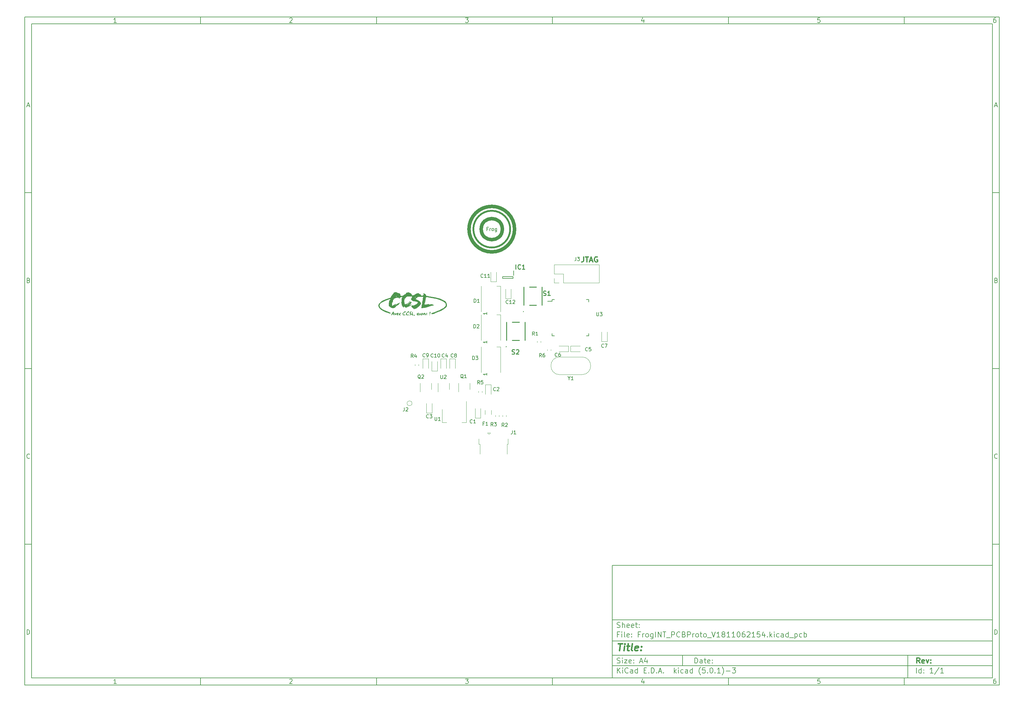
<source format=gto>
G04 #@! TF.GenerationSoftware,KiCad,Pcbnew,(5.0.1)-3*
G04 #@! TF.CreationDate,2019-01-21T14:12:36+01:00*
G04 #@! TF.ProjectId,FrogINT_PCBProto_V1811062154,46726F67494E545F50434250726F746F,rev?*
G04 #@! TF.SameCoordinates,Original*
G04 #@! TF.FileFunction,Legend,Top*
G04 #@! TF.FilePolarity,Positive*
%FSLAX46Y46*%
G04 Gerber Fmt 4.6, Leading zero omitted, Abs format (unit mm)*
G04 Created by KiCad (PCBNEW (5.0.1)-3) date 21/01/2019 14:12:36*
%MOMM*%
%LPD*%
G01*
G04 APERTURE LIST*
%ADD10C,0.100000*%
%ADD11C,0.150000*%
%ADD12C,0.300000*%
%ADD13C,0.400000*%
%ADD14C,0.120000*%
%ADD15C,1.000000*%
%ADD16C,0.500000*%
%ADD17C,0.200000*%
%ADD18C,0.254000*%
%ADD19C,0.010000*%
G04 APERTURE END LIST*
D10*
D11*
X177002200Y-166007200D02*
X177002200Y-198007200D01*
X285002200Y-198007200D01*
X285002200Y-166007200D01*
X177002200Y-166007200D01*
D10*
D11*
X10000000Y-10000000D02*
X10000000Y-200007200D01*
X287002200Y-200007200D01*
X287002200Y-10000000D01*
X10000000Y-10000000D01*
D10*
D11*
X12000000Y-12000000D02*
X12000000Y-198007200D01*
X285002200Y-198007200D01*
X285002200Y-12000000D01*
X12000000Y-12000000D01*
D10*
D11*
X60000000Y-12000000D02*
X60000000Y-10000000D01*
D10*
D11*
X110000000Y-12000000D02*
X110000000Y-10000000D01*
D10*
D11*
X160000000Y-12000000D02*
X160000000Y-10000000D01*
D10*
D11*
X210000000Y-12000000D02*
X210000000Y-10000000D01*
D10*
D11*
X260000000Y-12000000D02*
X260000000Y-10000000D01*
D10*
D11*
X36065476Y-11588095D02*
X35322619Y-11588095D01*
X35694047Y-11588095D02*
X35694047Y-10288095D01*
X35570238Y-10473809D01*
X35446428Y-10597619D01*
X35322619Y-10659523D01*
D10*
D11*
X85322619Y-10411904D02*
X85384523Y-10350000D01*
X85508333Y-10288095D01*
X85817857Y-10288095D01*
X85941666Y-10350000D01*
X86003571Y-10411904D01*
X86065476Y-10535714D01*
X86065476Y-10659523D01*
X86003571Y-10845238D01*
X85260714Y-11588095D01*
X86065476Y-11588095D01*
D10*
D11*
X135260714Y-10288095D02*
X136065476Y-10288095D01*
X135632142Y-10783333D01*
X135817857Y-10783333D01*
X135941666Y-10845238D01*
X136003571Y-10907142D01*
X136065476Y-11030952D01*
X136065476Y-11340476D01*
X136003571Y-11464285D01*
X135941666Y-11526190D01*
X135817857Y-11588095D01*
X135446428Y-11588095D01*
X135322619Y-11526190D01*
X135260714Y-11464285D01*
D10*
D11*
X185941666Y-10721428D02*
X185941666Y-11588095D01*
X185632142Y-10226190D02*
X185322619Y-11154761D01*
X186127380Y-11154761D01*
D10*
D11*
X236003571Y-10288095D02*
X235384523Y-10288095D01*
X235322619Y-10907142D01*
X235384523Y-10845238D01*
X235508333Y-10783333D01*
X235817857Y-10783333D01*
X235941666Y-10845238D01*
X236003571Y-10907142D01*
X236065476Y-11030952D01*
X236065476Y-11340476D01*
X236003571Y-11464285D01*
X235941666Y-11526190D01*
X235817857Y-11588095D01*
X235508333Y-11588095D01*
X235384523Y-11526190D01*
X235322619Y-11464285D01*
D10*
D11*
X285941666Y-10288095D02*
X285694047Y-10288095D01*
X285570238Y-10350000D01*
X285508333Y-10411904D01*
X285384523Y-10597619D01*
X285322619Y-10845238D01*
X285322619Y-11340476D01*
X285384523Y-11464285D01*
X285446428Y-11526190D01*
X285570238Y-11588095D01*
X285817857Y-11588095D01*
X285941666Y-11526190D01*
X286003571Y-11464285D01*
X286065476Y-11340476D01*
X286065476Y-11030952D01*
X286003571Y-10907142D01*
X285941666Y-10845238D01*
X285817857Y-10783333D01*
X285570238Y-10783333D01*
X285446428Y-10845238D01*
X285384523Y-10907142D01*
X285322619Y-11030952D01*
D10*
D11*
X60000000Y-198007200D02*
X60000000Y-200007200D01*
D10*
D11*
X110000000Y-198007200D02*
X110000000Y-200007200D01*
D10*
D11*
X160000000Y-198007200D02*
X160000000Y-200007200D01*
D10*
D11*
X210000000Y-198007200D02*
X210000000Y-200007200D01*
D10*
D11*
X260000000Y-198007200D02*
X260000000Y-200007200D01*
D10*
D11*
X36065476Y-199595295D02*
X35322619Y-199595295D01*
X35694047Y-199595295D02*
X35694047Y-198295295D01*
X35570238Y-198481009D01*
X35446428Y-198604819D01*
X35322619Y-198666723D01*
D10*
D11*
X85322619Y-198419104D02*
X85384523Y-198357200D01*
X85508333Y-198295295D01*
X85817857Y-198295295D01*
X85941666Y-198357200D01*
X86003571Y-198419104D01*
X86065476Y-198542914D01*
X86065476Y-198666723D01*
X86003571Y-198852438D01*
X85260714Y-199595295D01*
X86065476Y-199595295D01*
D10*
D11*
X135260714Y-198295295D02*
X136065476Y-198295295D01*
X135632142Y-198790533D01*
X135817857Y-198790533D01*
X135941666Y-198852438D01*
X136003571Y-198914342D01*
X136065476Y-199038152D01*
X136065476Y-199347676D01*
X136003571Y-199471485D01*
X135941666Y-199533390D01*
X135817857Y-199595295D01*
X135446428Y-199595295D01*
X135322619Y-199533390D01*
X135260714Y-199471485D01*
D10*
D11*
X185941666Y-198728628D02*
X185941666Y-199595295D01*
X185632142Y-198233390D02*
X185322619Y-199161961D01*
X186127380Y-199161961D01*
D10*
D11*
X236003571Y-198295295D02*
X235384523Y-198295295D01*
X235322619Y-198914342D01*
X235384523Y-198852438D01*
X235508333Y-198790533D01*
X235817857Y-198790533D01*
X235941666Y-198852438D01*
X236003571Y-198914342D01*
X236065476Y-199038152D01*
X236065476Y-199347676D01*
X236003571Y-199471485D01*
X235941666Y-199533390D01*
X235817857Y-199595295D01*
X235508333Y-199595295D01*
X235384523Y-199533390D01*
X235322619Y-199471485D01*
D10*
D11*
X285941666Y-198295295D02*
X285694047Y-198295295D01*
X285570238Y-198357200D01*
X285508333Y-198419104D01*
X285384523Y-198604819D01*
X285322619Y-198852438D01*
X285322619Y-199347676D01*
X285384523Y-199471485D01*
X285446428Y-199533390D01*
X285570238Y-199595295D01*
X285817857Y-199595295D01*
X285941666Y-199533390D01*
X286003571Y-199471485D01*
X286065476Y-199347676D01*
X286065476Y-199038152D01*
X286003571Y-198914342D01*
X285941666Y-198852438D01*
X285817857Y-198790533D01*
X285570238Y-198790533D01*
X285446428Y-198852438D01*
X285384523Y-198914342D01*
X285322619Y-199038152D01*
D10*
D11*
X10000000Y-60000000D02*
X12000000Y-60000000D01*
D10*
D11*
X10000000Y-110000000D02*
X12000000Y-110000000D01*
D10*
D11*
X10000000Y-160000000D02*
X12000000Y-160000000D01*
D10*
D11*
X10690476Y-35216666D02*
X11309523Y-35216666D01*
X10566666Y-35588095D02*
X11000000Y-34288095D01*
X11433333Y-35588095D01*
D10*
D11*
X11092857Y-84907142D02*
X11278571Y-84969047D01*
X11340476Y-85030952D01*
X11402380Y-85154761D01*
X11402380Y-85340476D01*
X11340476Y-85464285D01*
X11278571Y-85526190D01*
X11154761Y-85588095D01*
X10659523Y-85588095D01*
X10659523Y-84288095D01*
X11092857Y-84288095D01*
X11216666Y-84350000D01*
X11278571Y-84411904D01*
X11340476Y-84535714D01*
X11340476Y-84659523D01*
X11278571Y-84783333D01*
X11216666Y-84845238D01*
X11092857Y-84907142D01*
X10659523Y-84907142D01*
D10*
D11*
X11402380Y-135464285D02*
X11340476Y-135526190D01*
X11154761Y-135588095D01*
X11030952Y-135588095D01*
X10845238Y-135526190D01*
X10721428Y-135402380D01*
X10659523Y-135278571D01*
X10597619Y-135030952D01*
X10597619Y-134845238D01*
X10659523Y-134597619D01*
X10721428Y-134473809D01*
X10845238Y-134350000D01*
X11030952Y-134288095D01*
X11154761Y-134288095D01*
X11340476Y-134350000D01*
X11402380Y-134411904D01*
D10*
D11*
X10659523Y-185588095D02*
X10659523Y-184288095D01*
X10969047Y-184288095D01*
X11154761Y-184350000D01*
X11278571Y-184473809D01*
X11340476Y-184597619D01*
X11402380Y-184845238D01*
X11402380Y-185030952D01*
X11340476Y-185278571D01*
X11278571Y-185402380D01*
X11154761Y-185526190D01*
X10969047Y-185588095D01*
X10659523Y-185588095D01*
D10*
D11*
X287002200Y-60000000D02*
X285002200Y-60000000D01*
D10*
D11*
X287002200Y-110000000D02*
X285002200Y-110000000D01*
D10*
D11*
X287002200Y-160000000D02*
X285002200Y-160000000D01*
D10*
D11*
X285692676Y-35216666D02*
X286311723Y-35216666D01*
X285568866Y-35588095D02*
X286002200Y-34288095D01*
X286435533Y-35588095D01*
D10*
D11*
X286095057Y-84907142D02*
X286280771Y-84969047D01*
X286342676Y-85030952D01*
X286404580Y-85154761D01*
X286404580Y-85340476D01*
X286342676Y-85464285D01*
X286280771Y-85526190D01*
X286156961Y-85588095D01*
X285661723Y-85588095D01*
X285661723Y-84288095D01*
X286095057Y-84288095D01*
X286218866Y-84350000D01*
X286280771Y-84411904D01*
X286342676Y-84535714D01*
X286342676Y-84659523D01*
X286280771Y-84783333D01*
X286218866Y-84845238D01*
X286095057Y-84907142D01*
X285661723Y-84907142D01*
D10*
D11*
X286404580Y-135464285D02*
X286342676Y-135526190D01*
X286156961Y-135588095D01*
X286033152Y-135588095D01*
X285847438Y-135526190D01*
X285723628Y-135402380D01*
X285661723Y-135278571D01*
X285599819Y-135030952D01*
X285599819Y-134845238D01*
X285661723Y-134597619D01*
X285723628Y-134473809D01*
X285847438Y-134350000D01*
X286033152Y-134288095D01*
X286156961Y-134288095D01*
X286342676Y-134350000D01*
X286404580Y-134411904D01*
D10*
D11*
X285661723Y-185588095D02*
X285661723Y-184288095D01*
X285971247Y-184288095D01*
X286156961Y-184350000D01*
X286280771Y-184473809D01*
X286342676Y-184597619D01*
X286404580Y-184845238D01*
X286404580Y-185030952D01*
X286342676Y-185278571D01*
X286280771Y-185402380D01*
X286156961Y-185526190D01*
X285971247Y-185588095D01*
X285661723Y-185588095D01*
D10*
D11*
X200434342Y-193785771D02*
X200434342Y-192285771D01*
X200791485Y-192285771D01*
X201005771Y-192357200D01*
X201148628Y-192500057D01*
X201220057Y-192642914D01*
X201291485Y-192928628D01*
X201291485Y-193142914D01*
X201220057Y-193428628D01*
X201148628Y-193571485D01*
X201005771Y-193714342D01*
X200791485Y-193785771D01*
X200434342Y-193785771D01*
X202577200Y-193785771D02*
X202577200Y-193000057D01*
X202505771Y-192857200D01*
X202362914Y-192785771D01*
X202077200Y-192785771D01*
X201934342Y-192857200D01*
X202577200Y-193714342D02*
X202434342Y-193785771D01*
X202077200Y-193785771D01*
X201934342Y-193714342D01*
X201862914Y-193571485D01*
X201862914Y-193428628D01*
X201934342Y-193285771D01*
X202077200Y-193214342D01*
X202434342Y-193214342D01*
X202577200Y-193142914D01*
X203077200Y-192785771D02*
X203648628Y-192785771D01*
X203291485Y-192285771D02*
X203291485Y-193571485D01*
X203362914Y-193714342D01*
X203505771Y-193785771D01*
X203648628Y-193785771D01*
X204720057Y-193714342D02*
X204577200Y-193785771D01*
X204291485Y-193785771D01*
X204148628Y-193714342D01*
X204077200Y-193571485D01*
X204077200Y-193000057D01*
X204148628Y-192857200D01*
X204291485Y-192785771D01*
X204577200Y-192785771D01*
X204720057Y-192857200D01*
X204791485Y-193000057D01*
X204791485Y-193142914D01*
X204077200Y-193285771D01*
X205434342Y-193642914D02*
X205505771Y-193714342D01*
X205434342Y-193785771D01*
X205362914Y-193714342D01*
X205434342Y-193642914D01*
X205434342Y-193785771D01*
X205434342Y-192857200D02*
X205505771Y-192928628D01*
X205434342Y-193000057D01*
X205362914Y-192928628D01*
X205434342Y-192857200D01*
X205434342Y-193000057D01*
D10*
D11*
X177002200Y-194507200D02*
X285002200Y-194507200D01*
D10*
D11*
X178434342Y-196585771D02*
X178434342Y-195085771D01*
X179291485Y-196585771D02*
X178648628Y-195728628D01*
X179291485Y-195085771D02*
X178434342Y-195942914D01*
X179934342Y-196585771D02*
X179934342Y-195585771D01*
X179934342Y-195085771D02*
X179862914Y-195157200D01*
X179934342Y-195228628D01*
X180005771Y-195157200D01*
X179934342Y-195085771D01*
X179934342Y-195228628D01*
X181505771Y-196442914D02*
X181434342Y-196514342D01*
X181220057Y-196585771D01*
X181077200Y-196585771D01*
X180862914Y-196514342D01*
X180720057Y-196371485D01*
X180648628Y-196228628D01*
X180577200Y-195942914D01*
X180577200Y-195728628D01*
X180648628Y-195442914D01*
X180720057Y-195300057D01*
X180862914Y-195157200D01*
X181077200Y-195085771D01*
X181220057Y-195085771D01*
X181434342Y-195157200D01*
X181505771Y-195228628D01*
X182791485Y-196585771D02*
X182791485Y-195800057D01*
X182720057Y-195657200D01*
X182577200Y-195585771D01*
X182291485Y-195585771D01*
X182148628Y-195657200D01*
X182791485Y-196514342D02*
X182648628Y-196585771D01*
X182291485Y-196585771D01*
X182148628Y-196514342D01*
X182077200Y-196371485D01*
X182077200Y-196228628D01*
X182148628Y-196085771D01*
X182291485Y-196014342D01*
X182648628Y-196014342D01*
X182791485Y-195942914D01*
X184148628Y-196585771D02*
X184148628Y-195085771D01*
X184148628Y-196514342D02*
X184005771Y-196585771D01*
X183720057Y-196585771D01*
X183577200Y-196514342D01*
X183505771Y-196442914D01*
X183434342Y-196300057D01*
X183434342Y-195871485D01*
X183505771Y-195728628D01*
X183577200Y-195657200D01*
X183720057Y-195585771D01*
X184005771Y-195585771D01*
X184148628Y-195657200D01*
X186005771Y-195800057D02*
X186505771Y-195800057D01*
X186720057Y-196585771D02*
X186005771Y-196585771D01*
X186005771Y-195085771D01*
X186720057Y-195085771D01*
X187362914Y-196442914D02*
X187434342Y-196514342D01*
X187362914Y-196585771D01*
X187291485Y-196514342D01*
X187362914Y-196442914D01*
X187362914Y-196585771D01*
X188077200Y-196585771D02*
X188077200Y-195085771D01*
X188434342Y-195085771D01*
X188648628Y-195157200D01*
X188791485Y-195300057D01*
X188862914Y-195442914D01*
X188934342Y-195728628D01*
X188934342Y-195942914D01*
X188862914Y-196228628D01*
X188791485Y-196371485D01*
X188648628Y-196514342D01*
X188434342Y-196585771D01*
X188077200Y-196585771D01*
X189577200Y-196442914D02*
X189648628Y-196514342D01*
X189577200Y-196585771D01*
X189505771Y-196514342D01*
X189577200Y-196442914D01*
X189577200Y-196585771D01*
X190220057Y-196157200D02*
X190934342Y-196157200D01*
X190077200Y-196585771D02*
X190577200Y-195085771D01*
X191077200Y-196585771D01*
X191577200Y-196442914D02*
X191648628Y-196514342D01*
X191577200Y-196585771D01*
X191505771Y-196514342D01*
X191577200Y-196442914D01*
X191577200Y-196585771D01*
X194577200Y-196585771D02*
X194577200Y-195085771D01*
X194720057Y-196014342D02*
X195148628Y-196585771D01*
X195148628Y-195585771D02*
X194577200Y-196157200D01*
X195791485Y-196585771D02*
X195791485Y-195585771D01*
X195791485Y-195085771D02*
X195720057Y-195157200D01*
X195791485Y-195228628D01*
X195862914Y-195157200D01*
X195791485Y-195085771D01*
X195791485Y-195228628D01*
X197148628Y-196514342D02*
X197005771Y-196585771D01*
X196720057Y-196585771D01*
X196577200Y-196514342D01*
X196505771Y-196442914D01*
X196434342Y-196300057D01*
X196434342Y-195871485D01*
X196505771Y-195728628D01*
X196577200Y-195657200D01*
X196720057Y-195585771D01*
X197005771Y-195585771D01*
X197148628Y-195657200D01*
X198434342Y-196585771D02*
X198434342Y-195800057D01*
X198362914Y-195657200D01*
X198220057Y-195585771D01*
X197934342Y-195585771D01*
X197791485Y-195657200D01*
X198434342Y-196514342D02*
X198291485Y-196585771D01*
X197934342Y-196585771D01*
X197791485Y-196514342D01*
X197720057Y-196371485D01*
X197720057Y-196228628D01*
X197791485Y-196085771D01*
X197934342Y-196014342D01*
X198291485Y-196014342D01*
X198434342Y-195942914D01*
X199791485Y-196585771D02*
X199791485Y-195085771D01*
X199791485Y-196514342D02*
X199648628Y-196585771D01*
X199362914Y-196585771D01*
X199220057Y-196514342D01*
X199148628Y-196442914D01*
X199077200Y-196300057D01*
X199077200Y-195871485D01*
X199148628Y-195728628D01*
X199220057Y-195657200D01*
X199362914Y-195585771D01*
X199648628Y-195585771D01*
X199791485Y-195657200D01*
X202077200Y-197157200D02*
X202005771Y-197085771D01*
X201862914Y-196871485D01*
X201791485Y-196728628D01*
X201720057Y-196514342D01*
X201648628Y-196157200D01*
X201648628Y-195871485D01*
X201720057Y-195514342D01*
X201791485Y-195300057D01*
X201862914Y-195157200D01*
X202005771Y-194942914D01*
X202077200Y-194871485D01*
X203362914Y-195085771D02*
X202648628Y-195085771D01*
X202577200Y-195800057D01*
X202648628Y-195728628D01*
X202791485Y-195657200D01*
X203148628Y-195657200D01*
X203291485Y-195728628D01*
X203362914Y-195800057D01*
X203434342Y-195942914D01*
X203434342Y-196300057D01*
X203362914Y-196442914D01*
X203291485Y-196514342D01*
X203148628Y-196585771D01*
X202791485Y-196585771D01*
X202648628Y-196514342D01*
X202577200Y-196442914D01*
X204077200Y-196442914D02*
X204148628Y-196514342D01*
X204077200Y-196585771D01*
X204005771Y-196514342D01*
X204077200Y-196442914D01*
X204077200Y-196585771D01*
X205077200Y-195085771D02*
X205220057Y-195085771D01*
X205362914Y-195157200D01*
X205434342Y-195228628D01*
X205505771Y-195371485D01*
X205577200Y-195657200D01*
X205577200Y-196014342D01*
X205505771Y-196300057D01*
X205434342Y-196442914D01*
X205362914Y-196514342D01*
X205220057Y-196585771D01*
X205077200Y-196585771D01*
X204934342Y-196514342D01*
X204862914Y-196442914D01*
X204791485Y-196300057D01*
X204720057Y-196014342D01*
X204720057Y-195657200D01*
X204791485Y-195371485D01*
X204862914Y-195228628D01*
X204934342Y-195157200D01*
X205077200Y-195085771D01*
X206220057Y-196442914D02*
X206291485Y-196514342D01*
X206220057Y-196585771D01*
X206148628Y-196514342D01*
X206220057Y-196442914D01*
X206220057Y-196585771D01*
X207720057Y-196585771D02*
X206862914Y-196585771D01*
X207291485Y-196585771D02*
X207291485Y-195085771D01*
X207148628Y-195300057D01*
X207005771Y-195442914D01*
X206862914Y-195514342D01*
X208220057Y-197157200D02*
X208291485Y-197085771D01*
X208434342Y-196871485D01*
X208505771Y-196728628D01*
X208577200Y-196514342D01*
X208648628Y-196157200D01*
X208648628Y-195871485D01*
X208577200Y-195514342D01*
X208505771Y-195300057D01*
X208434342Y-195157200D01*
X208291485Y-194942914D01*
X208220057Y-194871485D01*
X209362914Y-196014342D02*
X210505771Y-196014342D01*
X211077200Y-195085771D02*
X212005771Y-195085771D01*
X211505771Y-195657200D01*
X211720057Y-195657200D01*
X211862914Y-195728628D01*
X211934342Y-195800057D01*
X212005771Y-195942914D01*
X212005771Y-196300057D01*
X211934342Y-196442914D01*
X211862914Y-196514342D01*
X211720057Y-196585771D01*
X211291485Y-196585771D01*
X211148628Y-196514342D01*
X211077200Y-196442914D01*
D10*
D11*
X177002200Y-191507200D02*
X285002200Y-191507200D01*
D10*
D12*
X264411485Y-193785771D02*
X263911485Y-193071485D01*
X263554342Y-193785771D02*
X263554342Y-192285771D01*
X264125771Y-192285771D01*
X264268628Y-192357200D01*
X264340057Y-192428628D01*
X264411485Y-192571485D01*
X264411485Y-192785771D01*
X264340057Y-192928628D01*
X264268628Y-193000057D01*
X264125771Y-193071485D01*
X263554342Y-193071485D01*
X265625771Y-193714342D02*
X265482914Y-193785771D01*
X265197200Y-193785771D01*
X265054342Y-193714342D01*
X264982914Y-193571485D01*
X264982914Y-193000057D01*
X265054342Y-192857200D01*
X265197200Y-192785771D01*
X265482914Y-192785771D01*
X265625771Y-192857200D01*
X265697200Y-193000057D01*
X265697200Y-193142914D01*
X264982914Y-193285771D01*
X266197200Y-192785771D02*
X266554342Y-193785771D01*
X266911485Y-192785771D01*
X267482914Y-193642914D02*
X267554342Y-193714342D01*
X267482914Y-193785771D01*
X267411485Y-193714342D01*
X267482914Y-193642914D01*
X267482914Y-193785771D01*
X267482914Y-192857200D02*
X267554342Y-192928628D01*
X267482914Y-193000057D01*
X267411485Y-192928628D01*
X267482914Y-192857200D01*
X267482914Y-193000057D01*
D10*
D11*
X178362914Y-193714342D02*
X178577200Y-193785771D01*
X178934342Y-193785771D01*
X179077200Y-193714342D01*
X179148628Y-193642914D01*
X179220057Y-193500057D01*
X179220057Y-193357200D01*
X179148628Y-193214342D01*
X179077200Y-193142914D01*
X178934342Y-193071485D01*
X178648628Y-193000057D01*
X178505771Y-192928628D01*
X178434342Y-192857200D01*
X178362914Y-192714342D01*
X178362914Y-192571485D01*
X178434342Y-192428628D01*
X178505771Y-192357200D01*
X178648628Y-192285771D01*
X179005771Y-192285771D01*
X179220057Y-192357200D01*
X179862914Y-193785771D02*
X179862914Y-192785771D01*
X179862914Y-192285771D02*
X179791485Y-192357200D01*
X179862914Y-192428628D01*
X179934342Y-192357200D01*
X179862914Y-192285771D01*
X179862914Y-192428628D01*
X180434342Y-192785771D02*
X181220057Y-192785771D01*
X180434342Y-193785771D01*
X181220057Y-193785771D01*
X182362914Y-193714342D02*
X182220057Y-193785771D01*
X181934342Y-193785771D01*
X181791485Y-193714342D01*
X181720057Y-193571485D01*
X181720057Y-193000057D01*
X181791485Y-192857200D01*
X181934342Y-192785771D01*
X182220057Y-192785771D01*
X182362914Y-192857200D01*
X182434342Y-193000057D01*
X182434342Y-193142914D01*
X181720057Y-193285771D01*
X183077200Y-193642914D02*
X183148628Y-193714342D01*
X183077200Y-193785771D01*
X183005771Y-193714342D01*
X183077200Y-193642914D01*
X183077200Y-193785771D01*
X183077200Y-192857200D02*
X183148628Y-192928628D01*
X183077200Y-193000057D01*
X183005771Y-192928628D01*
X183077200Y-192857200D01*
X183077200Y-193000057D01*
X184862914Y-193357200D02*
X185577200Y-193357200D01*
X184720057Y-193785771D02*
X185220057Y-192285771D01*
X185720057Y-193785771D01*
X186862914Y-192785771D02*
X186862914Y-193785771D01*
X186505771Y-192214342D02*
X186148628Y-193285771D01*
X187077200Y-193285771D01*
D10*
D11*
X263434342Y-196585771D02*
X263434342Y-195085771D01*
X264791485Y-196585771D02*
X264791485Y-195085771D01*
X264791485Y-196514342D02*
X264648628Y-196585771D01*
X264362914Y-196585771D01*
X264220057Y-196514342D01*
X264148628Y-196442914D01*
X264077200Y-196300057D01*
X264077200Y-195871485D01*
X264148628Y-195728628D01*
X264220057Y-195657200D01*
X264362914Y-195585771D01*
X264648628Y-195585771D01*
X264791485Y-195657200D01*
X265505771Y-196442914D02*
X265577200Y-196514342D01*
X265505771Y-196585771D01*
X265434342Y-196514342D01*
X265505771Y-196442914D01*
X265505771Y-196585771D01*
X265505771Y-195657200D02*
X265577200Y-195728628D01*
X265505771Y-195800057D01*
X265434342Y-195728628D01*
X265505771Y-195657200D01*
X265505771Y-195800057D01*
X268148628Y-196585771D02*
X267291485Y-196585771D01*
X267720057Y-196585771D02*
X267720057Y-195085771D01*
X267577200Y-195300057D01*
X267434342Y-195442914D01*
X267291485Y-195514342D01*
X269862914Y-195014342D02*
X268577200Y-196942914D01*
X271148628Y-196585771D02*
X270291485Y-196585771D01*
X270720057Y-196585771D02*
X270720057Y-195085771D01*
X270577200Y-195300057D01*
X270434342Y-195442914D01*
X270291485Y-195514342D01*
D10*
D11*
X177002200Y-187507200D02*
X285002200Y-187507200D01*
D10*
D13*
X178714580Y-188211961D02*
X179857438Y-188211961D01*
X179036009Y-190211961D02*
X179286009Y-188211961D01*
X180274104Y-190211961D02*
X180440771Y-188878628D01*
X180524104Y-188211961D02*
X180416961Y-188307200D01*
X180500295Y-188402438D01*
X180607438Y-188307200D01*
X180524104Y-188211961D01*
X180500295Y-188402438D01*
X181107438Y-188878628D02*
X181869342Y-188878628D01*
X181476485Y-188211961D02*
X181262200Y-189926247D01*
X181333628Y-190116723D01*
X181512200Y-190211961D01*
X181702676Y-190211961D01*
X182655057Y-190211961D02*
X182476485Y-190116723D01*
X182405057Y-189926247D01*
X182619342Y-188211961D01*
X184190771Y-190116723D02*
X183988390Y-190211961D01*
X183607438Y-190211961D01*
X183428866Y-190116723D01*
X183357438Y-189926247D01*
X183452676Y-189164342D01*
X183571723Y-188973866D01*
X183774104Y-188878628D01*
X184155057Y-188878628D01*
X184333628Y-188973866D01*
X184405057Y-189164342D01*
X184381247Y-189354819D01*
X183405057Y-189545295D01*
X185155057Y-190021485D02*
X185238390Y-190116723D01*
X185131247Y-190211961D01*
X185047914Y-190116723D01*
X185155057Y-190021485D01*
X185131247Y-190211961D01*
X185286009Y-188973866D02*
X185369342Y-189069104D01*
X185262200Y-189164342D01*
X185178866Y-189069104D01*
X185286009Y-188973866D01*
X185262200Y-189164342D01*
D10*
D11*
X178934342Y-185600057D02*
X178434342Y-185600057D01*
X178434342Y-186385771D02*
X178434342Y-184885771D01*
X179148628Y-184885771D01*
X179720057Y-186385771D02*
X179720057Y-185385771D01*
X179720057Y-184885771D02*
X179648628Y-184957200D01*
X179720057Y-185028628D01*
X179791485Y-184957200D01*
X179720057Y-184885771D01*
X179720057Y-185028628D01*
X180648628Y-186385771D02*
X180505771Y-186314342D01*
X180434342Y-186171485D01*
X180434342Y-184885771D01*
X181791485Y-186314342D02*
X181648628Y-186385771D01*
X181362914Y-186385771D01*
X181220057Y-186314342D01*
X181148628Y-186171485D01*
X181148628Y-185600057D01*
X181220057Y-185457200D01*
X181362914Y-185385771D01*
X181648628Y-185385771D01*
X181791485Y-185457200D01*
X181862914Y-185600057D01*
X181862914Y-185742914D01*
X181148628Y-185885771D01*
X182505771Y-186242914D02*
X182577200Y-186314342D01*
X182505771Y-186385771D01*
X182434342Y-186314342D01*
X182505771Y-186242914D01*
X182505771Y-186385771D01*
X182505771Y-185457200D02*
X182577200Y-185528628D01*
X182505771Y-185600057D01*
X182434342Y-185528628D01*
X182505771Y-185457200D01*
X182505771Y-185600057D01*
X184862914Y-185600057D02*
X184362914Y-185600057D01*
X184362914Y-186385771D02*
X184362914Y-184885771D01*
X185077200Y-184885771D01*
X185648628Y-186385771D02*
X185648628Y-185385771D01*
X185648628Y-185671485D02*
X185720057Y-185528628D01*
X185791485Y-185457200D01*
X185934342Y-185385771D01*
X186077200Y-185385771D01*
X186791485Y-186385771D02*
X186648628Y-186314342D01*
X186577200Y-186242914D01*
X186505771Y-186100057D01*
X186505771Y-185671485D01*
X186577200Y-185528628D01*
X186648628Y-185457200D01*
X186791485Y-185385771D01*
X187005771Y-185385771D01*
X187148628Y-185457200D01*
X187220057Y-185528628D01*
X187291485Y-185671485D01*
X187291485Y-186100057D01*
X187220057Y-186242914D01*
X187148628Y-186314342D01*
X187005771Y-186385771D01*
X186791485Y-186385771D01*
X188577200Y-185385771D02*
X188577200Y-186600057D01*
X188505771Y-186742914D01*
X188434342Y-186814342D01*
X188291485Y-186885771D01*
X188077200Y-186885771D01*
X187934342Y-186814342D01*
X188577200Y-186314342D02*
X188434342Y-186385771D01*
X188148628Y-186385771D01*
X188005771Y-186314342D01*
X187934342Y-186242914D01*
X187862914Y-186100057D01*
X187862914Y-185671485D01*
X187934342Y-185528628D01*
X188005771Y-185457200D01*
X188148628Y-185385771D01*
X188434342Y-185385771D01*
X188577200Y-185457200D01*
X189291485Y-186385771D02*
X189291485Y-184885771D01*
X190005771Y-186385771D02*
X190005771Y-184885771D01*
X190862914Y-186385771D01*
X190862914Y-184885771D01*
X191362914Y-184885771D02*
X192220057Y-184885771D01*
X191791485Y-186385771D02*
X191791485Y-184885771D01*
X192362914Y-186528628D02*
X193505771Y-186528628D01*
X193862914Y-186385771D02*
X193862914Y-184885771D01*
X194434342Y-184885771D01*
X194577200Y-184957200D01*
X194648628Y-185028628D01*
X194720057Y-185171485D01*
X194720057Y-185385771D01*
X194648628Y-185528628D01*
X194577200Y-185600057D01*
X194434342Y-185671485D01*
X193862914Y-185671485D01*
X196220057Y-186242914D02*
X196148628Y-186314342D01*
X195934342Y-186385771D01*
X195791485Y-186385771D01*
X195577200Y-186314342D01*
X195434342Y-186171485D01*
X195362914Y-186028628D01*
X195291485Y-185742914D01*
X195291485Y-185528628D01*
X195362914Y-185242914D01*
X195434342Y-185100057D01*
X195577200Y-184957200D01*
X195791485Y-184885771D01*
X195934342Y-184885771D01*
X196148628Y-184957200D01*
X196220057Y-185028628D01*
X197362914Y-185600057D02*
X197577200Y-185671485D01*
X197648628Y-185742914D01*
X197720057Y-185885771D01*
X197720057Y-186100057D01*
X197648628Y-186242914D01*
X197577200Y-186314342D01*
X197434342Y-186385771D01*
X196862914Y-186385771D01*
X196862914Y-184885771D01*
X197362914Y-184885771D01*
X197505771Y-184957200D01*
X197577200Y-185028628D01*
X197648628Y-185171485D01*
X197648628Y-185314342D01*
X197577200Y-185457200D01*
X197505771Y-185528628D01*
X197362914Y-185600057D01*
X196862914Y-185600057D01*
X198362914Y-186385771D02*
X198362914Y-184885771D01*
X198934342Y-184885771D01*
X199077200Y-184957200D01*
X199148628Y-185028628D01*
X199220057Y-185171485D01*
X199220057Y-185385771D01*
X199148628Y-185528628D01*
X199077200Y-185600057D01*
X198934342Y-185671485D01*
X198362914Y-185671485D01*
X199862914Y-186385771D02*
X199862914Y-185385771D01*
X199862914Y-185671485D02*
X199934342Y-185528628D01*
X200005771Y-185457200D01*
X200148628Y-185385771D01*
X200291485Y-185385771D01*
X201005771Y-186385771D02*
X200862914Y-186314342D01*
X200791485Y-186242914D01*
X200720057Y-186100057D01*
X200720057Y-185671485D01*
X200791485Y-185528628D01*
X200862914Y-185457200D01*
X201005771Y-185385771D01*
X201220057Y-185385771D01*
X201362914Y-185457200D01*
X201434342Y-185528628D01*
X201505771Y-185671485D01*
X201505771Y-186100057D01*
X201434342Y-186242914D01*
X201362914Y-186314342D01*
X201220057Y-186385771D01*
X201005771Y-186385771D01*
X201934342Y-185385771D02*
X202505771Y-185385771D01*
X202148628Y-184885771D02*
X202148628Y-186171485D01*
X202220057Y-186314342D01*
X202362914Y-186385771D01*
X202505771Y-186385771D01*
X203220057Y-186385771D02*
X203077200Y-186314342D01*
X203005771Y-186242914D01*
X202934342Y-186100057D01*
X202934342Y-185671485D01*
X203005771Y-185528628D01*
X203077200Y-185457200D01*
X203220057Y-185385771D01*
X203434342Y-185385771D01*
X203577200Y-185457200D01*
X203648628Y-185528628D01*
X203720057Y-185671485D01*
X203720057Y-186100057D01*
X203648628Y-186242914D01*
X203577200Y-186314342D01*
X203434342Y-186385771D01*
X203220057Y-186385771D01*
X204005771Y-186528628D02*
X205148628Y-186528628D01*
X205291485Y-184885771D02*
X205791485Y-186385771D01*
X206291485Y-184885771D01*
X207577200Y-186385771D02*
X206720057Y-186385771D01*
X207148628Y-186385771D02*
X207148628Y-184885771D01*
X207005771Y-185100057D01*
X206862914Y-185242914D01*
X206720057Y-185314342D01*
X208434342Y-185528628D02*
X208291485Y-185457200D01*
X208220057Y-185385771D01*
X208148628Y-185242914D01*
X208148628Y-185171485D01*
X208220057Y-185028628D01*
X208291485Y-184957200D01*
X208434342Y-184885771D01*
X208720057Y-184885771D01*
X208862914Y-184957200D01*
X208934342Y-185028628D01*
X209005771Y-185171485D01*
X209005771Y-185242914D01*
X208934342Y-185385771D01*
X208862914Y-185457200D01*
X208720057Y-185528628D01*
X208434342Y-185528628D01*
X208291485Y-185600057D01*
X208220057Y-185671485D01*
X208148628Y-185814342D01*
X208148628Y-186100057D01*
X208220057Y-186242914D01*
X208291485Y-186314342D01*
X208434342Y-186385771D01*
X208720057Y-186385771D01*
X208862914Y-186314342D01*
X208934342Y-186242914D01*
X209005771Y-186100057D01*
X209005771Y-185814342D01*
X208934342Y-185671485D01*
X208862914Y-185600057D01*
X208720057Y-185528628D01*
X210434342Y-186385771D02*
X209577200Y-186385771D01*
X210005771Y-186385771D02*
X210005771Y-184885771D01*
X209862914Y-185100057D01*
X209720057Y-185242914D01*
X209577200Y-185314342D01*
X211862914Y-186385771D02*
X211005771Y-186385771D01*
X211434342Y-186385771D02*
X211434342Y-184885771D01*
X211291485Y-185100057D01*
X211148628Y-185242914D01*
X211005771Y-185314342D01*
X212791485Y-184885771D02*
X212934342Y-184885771D01*
X213077200Y-184957200D01*
X213148628Y-185028628D01*
X213220057Y-185171485D01*
X213291485Y-185457200D01*
X213291485Y-185814342D01*
X213220057Y-186100057D01*
X213148628Y-186242914D01*
X213077200Y-186314342D01*
X212934342Y-186385771D01*
X212791485Y-186385771D01*
X212648628Y-186314342D01*
X212577200Y-186242914D01*
X212505771Y-186100057D01*
X212434342Y-185814342D01*
X212434342Y-185457200D01*
X212505771Y-185171485D01*
X212577200Y-185028628D01*
X212648628Y-184957200D01*
X212791485Y-184885771D01*
X214577200Y-184885771D02*
X214291485Y-184885771D01*
X214148628Y-184957200D01*
X214077200Y-185028628D01*
X213934342Y-185242914D01*
X213862914Y-185528628D01*
X213862914Y-186100057D01*
X213934342Y-186242914D01*
X214005771Y-186314342D01*
X214148628Y-186385771D01*
X214434342Y-186385771D01*
X214577200Y-186314342D01*
X214648628Y-186242914D01*
X214720057Y-186100057D01*
X214720057Y-185742914D01*
X214648628Y-185600057D01*
X214577200Y-185528628D01*
X214434342Y-185457200D01*
X214148628Y-185457200D01*
X214005771Y-185528628D01*
X213934342Y-185600057D01*
X213862914Y-185742914D01*
X215291485Y-185028628D02*
X215362914Y-184957200D01*
X215505771Y-184885771D01*
X215862914Y-184885771D01*
X216005771Y-184957200D01*
X216077200Y-185028628D01*
X216148628Y-185171485D01*
X216148628Y-185314342D01*
X216077200Y-185528628D01*
X215220057Y-186385771D01*
X216148628Y-186385771D01*
X217577200Y-186385771D02*
X216720057Y-186385771D01*
X217148628Y-186385771D02*
X217148628Y-184885771D01*
X217005771Y-185100057D01*
X216862914Y-185242914D01*
X216720057Y-185314342D01*
X218934342Y-184885771D02*
X218220057Y-184885771D01*
X218148628Y-185600057D01*
X218220057Y-185528628D01*
X218362914Y-185457200D01*
X218720057Y-185457200D01*
X218862914Y-185528628D01*
X218934342Y-185600057D01*
X219005771Y-185742914D01*
X219005771Y-186100057D01*
X218934342Y-186242914D01*
X218862914Y-186314342D01*
X218720057Y-186385771D01*
X218362914Y-186385771D01*
X218220057Y-186314342D01*
X218148628Y-186242914D01*
X220291485Y-185385771D02*
X220291485Y-186385771D01*
X219934342Y-184814342D02*
X219577200Y-185885771D01*
X220505771Y-185885771D01*
X221077200Y-186242914D02*
X221148628Y-186314342D01*
X221077200Y-186385771D01*
X221005771Y-186314342D01*
X221077200Y-186242914D01*
X221077200Y-186385771D01*
X221791485Y-186385771D02*
X221791485Y-184885771D01*
X221934342Y-185814342D02*
X222362914Y-186385771D01*
X222362914Y-185385771D02*
X221791485Y-185957200D01*
X223005771Y-186385771D02*
X223005771Y-185385771D01*
X223005771Y-184885771D02*
X222934342Y-184957200D01*
X223005771Y-185028628D01*
X223077200Y-184957200D01*
X223005771Y-184885771D01*
X223005771Y-185028628D01*
X224362914Y-186314342D02*
X224220057Y-186385771D01*
X223934342Y-186385771D01*
X223791485Y-186314342D01*
X223720057Y-186242914D01*
X223648628Y-186100057D01*
X223648628Y-185671485D01*
X223720057Y-185528628D01*
X223791485Y-185457200D01*
X223934342Y-185385771D01*
X224220057Y-185385771D01*
X224362914Y-185457200D01*
X225648628Y-186385771D02*
X225648628Y-185600057D01*
X225577200Y-185457200D01*
X225434342Y-185385771D01*
X225148628Y-185385771D01*
X225005771Y-185457200D01*
X225648628Y-186314342D02*
X225505771Y-186385771D01*
X225148628Y-186385771D01*
X225005771Y-186314342D01*
X224934342Y-186171485D01*
X224934342Y-186028628D01*
X225005771Y-185885771D01*
X225148628Y-185814342D01*
X225505771Y-185814342D01*
X225648628Y-185742914D01*
X227005771Y-186385771D02*
X227005771Y-184885771D01*
X227005771Y-186314342D02*
X226862914Y-186385771D01*
X226577200Y-186385771D01*
X226434342Y-186314342D01*
X226362914Y-186242914D01*
X226291485Y-186100057D01*
X226291485Y-185671485D01*
X226362914Y-185528628D01*
X226434342Y-185457200D01*
X226577200Y-185385771D01*
X226862914Y-185385771D01*
X227005771Y-185457200D01*
X227362914Y-186528628D02*
X228505771Y-186528628D01*
X228862914Y-185385771D02*
X228862914Y-186885771D01*
X228862914Y-185457200D02*
X229005771Y-185385771D01*
X229291485Y-185385771D01*
X229434342Y-185457200D01*
X229505771Y-185528628D01*
X229577200Y-185671485D01*
X229577200Y-186100057D01*
X229505771Y-186242914D01*
X229434342Y-186314342D01*
X229291485Y-186385771D01*
X229005771Y-186385771D01*
X228862914Y-186314342D01*
X230862914Y-186314342D02*
X230720057Y-186385771D01*
X230434342Y-186385771D01*
X230291485Y-186314342D01*
X230220057Y-186242914D01*
X230148628Y-186100057D01*
X230148628Y-185671485D01*
X230220057Y-185528628D01*
X230291485Y-185457200D01*
X230434342Y-185385771D01*
X230720057Y-185385771D01*
X230862914Y-185457200D01*
X231505771Y-186385771D02*
X231505771Y-184885771D01*
X231505771Y-185457200D02*
X231648628Y-185385771D01*
X231934342Y-185385771D01*
X232077200Y-185457200D01*
X232148628Y-185528628D01*
X232220057Y-185671485D01*
X232220057Y-186100057D01*
X232148628Y-186242914D01*
X232077200Y-186314342D01*
X231934342Y-186385771D01*
X231648628Y-186385771D01*
X231505771Y-186314342D01*
D10*
D11*
X177002200Y-181507200D02*
X285002200Y-181507200D01*
D10*
D11*
X178362914Y-183614342D02*
X178577200Y-183685771D01*
X178934342Y-183685771D01*
X179077200Y-183614342D01*
X179148628Y-183542914D01*
X179220057Y-183400057D01*
X179220057Y-183257200D01*
X179148628Y-183114342D01*
X179077200Y-183042914D01*
X178934342Y-182971485D01*
X178648628Y-182900057D01*
X178505771Y-182828628D01*
X178434342Y-182757200D01*
X178362914Y-182614342D01*
X178362914Y-182471485D01*
X178434342Y-182328628D01*
X178505771Y-182257200D01*
X178648628Y-182185771D01*
X179005771Y-182185771D01*
X179220057Y-182257200D01*
X179862914Y-183685771D02*
X179862914Y-182185771D01*
X180505771Y-183685771D02*
X180505771Y-182900057D01*
X180434342Y-182757200D01*
X180291485Y-182685771D01*
X180077200Y-182685771D01*
X179934342Y-182757200D01*
X179862914Y-182828628D01*
X181791485Y-183614342D02*
X181648628Y-183685771D01*
X181362914Y-183685771D01*
X181220057Y-183614342D01*
X181148628Y-183471485D01*
X181148628Y-182900057D01*
X181220057Y-182757200D01*
X181362914Y-182685771D01*
X181648628Y-182685771D01*
X181791485Y-182757200D01*
X181862914Y-182900057D01*
X181862914Y-183042914D01*
X181148628Y-183185771D01*
X183077200Y-183614342D02*
X182934342Y-183685771D01*
X182648628Y-183685771D01*
X182505771Y-183614342D01*
X182434342Y-183471485D01*
X182434342Y-182900057D01*
X182505771Y-182757200D01*
X182648628Y-182685771D01*
X182934342Y-182685771D01*
X183077200Y-182757200D01*
X183148628Y-182900057D01*
X183148628Y-183042914D01*
X182434342Y-183185771D01*
X183577200Y-182685771D02*
X184148628Y-182685771D01*
X183791485Y-182185771D02*
X183791485Y-183471485D01*
X183862914Y-183614342D01*
X184005771Y-183685771D01*
X184148628Y-183685771D01*
X184648628Y-183542914D02*
X184720057Y-183614342D01*
X184648628Y-183685771D01*
X184577200Y-183614342D01*
X184648628Y-183542914D01*
X184648628Y-183685771D01*
X184648628Y-182757200D02*
X184720057Y-182828628D01*
X184648628Y-182900057D01*
X184577200Y-182828628D01*
X184648628Y-182757200D01*
X184648628Y-182900057D01*
D10*
D11*
X197002200Y-191507200D02*
X197002200Y-194507200D01*
D10*
D11*
X261002200Y-191507200D02*
X261002200Y-198007200D01*
D12*
X168836400Y-78223371D02*
X168836400Y-79294800D01*
X168764971Y-79509085D01*
X168622114Y-79651942D01*
X168407828Y-79723371D01*
X168264971Y-79723371D01*
X169336400Y-78223371D02*
X170193542Y-78223371D01*
X169764971Y-79723371D02*
X169764971Y-78223371D01*
X170622114Y-79294800D02*
X171336400Y-79294800D01*
X170479257Y-79723371D02*
X170979257Y-78223371D01*
X171479257Y-79723371D01*
X172764971Y-78294800D02*
X172622114Y-78223371D01*
X172407828Y-78223371D01*
X172193542Y-78294800D01*
X172050685Y-78437657D01*
X171979257Y-78580514D01*
X171907828Y-78866228D01*
X171907828Y-79080514D01*
X171979257Y-79366228D01*
X172050685Y-79509085D01*
X172193542Y-79651942D01*
X172407828Y-79723371D01*
X172550685Y-79723371D01*
X172764971Y-79651942D01*
X172836400Y-79580514D01*
X172836400Y-79080514D01*
X172550685Y-79080514D01*
D14*
G04 #@! TO.C,C1*
X139596000Y-124036400D02*
X139596000Y-121326400D01*
X138026000Y-124036400D02*
X139596000Y-124036400D01*
X138026000Y-121326400D02*
X138026000Y-124036400D01*
G04 #@! TO.C,C2*
X140947000Y-114622000D02*
X140947000Y-117332000D01*
X142517000Y-114622000D02*
X140947000Y-114622000D01*
X142517000Y-117332000D02*
X142517000Y-114622000D01*
G04 #@! TO.C,C3*
X125753000Y-122614000D02*
X125753000Y-119904000D01*
X124183000Y-122614000D02*
X125753000Y-122614000D01*
X124183000Y-119904000D02*
X124183000Y-122614000D01*
G04 #@! TO.C,C4*
X128247000Y-107256000D02*
X128247000Y-109966000D01*
X129817000Y-107256000D02*
X128247000Y-107256000D01*
X129817000Y-109966000D02*
X129817000Y-107256000D01*
G04 #@! TO.C,C5*
X165168000Y-105179000D02*
X167878000Y-105179000D01*
X165168000Y-103609000D02*
X165168000Y-105179000D01*
X167878000Y-103609000D02*
X165168000Y-103609000D01*
G04 #@! TO.C,C6*
X164524000Y-103609000D02*
X161814000Y-103609000D01*
X164524000Y-105179000D02*
X164524000Y-103609000D01*
X161814000Y-105179000D02*
X164524000Y-105179000D01*
G04 #@! TO.C,C7*
X175537000Y-102294000D02*
X175537000Y-99584000D01*
X173967000Y-102294000D02*
X175537000Y-102294000D01*
X173967000Y-99584000D02*
X173967000Y-102294000D01*
G04 #@! TO.C,C8*
X130787000Y-107256000D02*
X130787000Y-109966000D01*
X132357000Y-107256000D02*
X130787000Y-107256000D01*
X132357000Y-109966000D02*
X132357000Y-107256000D01*
G04 #@! TO.C,C9*
X127277000Y-110676000D02*
X127277000Y-107966000D01*
X125707000Y-110676000D02*
X127277000Y-110676000D01*
X125707000Y-107966000D02*
X125707000Y-110676000D01*
G04 #@! TO.C,C10*
X123167000Y-107256000D02*
X123167000Y-109966000D01*
X124737000Y-107256000D02*
X123167000Y-107256000D01*
X124737000Y-109966000D02*
X124737000Y-107256000D01*
G04 #@! TO.C,C11*
X144041000Y-85276000D02*
X144041000Y-82566000D01*
X142471000Y-85276000D02*
X144041000Y-85276000D01*
X142471000Y-82566000D02*
X142471000Y-85276000D01*
G04 #@! TO.C,C12*
X148232000Y-90127400D02*
X148232000Y-87417400D01*
X146662000Y-90127400D02*
X148232000Y-90127400D01*
X146662000Y-87417400D02*
X146662000Y-90127400D01*
G04 #@! TO.C,D1*
X145244000Y-86520000D02*
X144094000Y-86520000D01*
X145244000Y-93820000D02*
X145244000Y-86520000D01*
X139744000Y-93820000D02*
X139744000Y-86520000D01*
G04 #@! TO.C,D2*
X145244000Y-94648000D02*
X144094000Y-94648000D01*
X145244000Y-101948000D02*
X145244000Y-94648000D01*
X139744000Y-101948000D02*
X139744000Y-94648000D01*
G04 #@! TO.C,D3*
X145244000Y-103792000D02*
X144094000Y-103792000D01*
X145244000Y-111092000D02*
X145244000Y-103792000D01*
X139744000Y-111092000D02*
X139744000Y-103792000D01*
G04 #@! TO.C,F1*
X140822000Y-121825936D02*
X140822000Y-123030064D01*
X142642000Y-121825936D02*
X142642000Y-123030064D01*
G04 #@! TO.C,J1*
X141931000Y-128707000D02*
X141531000Y-128257000D01*
X141531000Y-128257000D02*
X142331000Y-128257000D01*
X142331000Y-128257000D02*
X141931000Y-128707000D01*
X147081000Y-134307000D02*
X147081000Y-131507000D01*
X147081000Y-131507000D02*
X147381000Y-131507000D01*
X147381000Y-131507000D02*
X147381000Y-129957000D01*
X139381000Y-134307000D02*
X139381000Y-131507000D01*
X139081000Y-131507000D02*
X139381000Y-131507000D01*
X139081000Y-131507000D02*
X139081000Y-129957000D01*
G04 #@! TO.C,J3*
X160468000Y-85658000D02*
X160468000Y-84328000D01*
X161798000Y-85658000D02*
X160468000Y-85658000D01*
X160468000Y-83058000D02*
X160468000Y-80458000D01*
X163068000Y-83058000D02*
X160468000Y-83058000D01*
X163068000Y-85658000D02*
X163068000Y-83058000D01*
X160468000Y-80458000D02*
X173288000Y-80458000D01*
X163068000Y-85658000D02*
X173288000Y-85658000D01*
X173288000Y-85658000D02*
X173288000Y-80458000D01*
G04 #@! TO.C,Q1*
X133264000Y-114162000D02*
X133264000Y-116612000D01*
X136484000Y-115962000D02*
X136484000Y-114162000D01*
G04 #@! TO.C,Q2*
X122342000Y-114162000D02*
X122342000Y-116612000D01*
X125562000Y-115962000D02*
X125562000Y-114162000D01*
G04 #@! TO.C,R1*
X156694600Y-102524779D02*
X156694600Y-102199221D01*
X155674600Y-102524779D02*
X155674600Y-102199221D01*
G04 #@! TO.C,R2*
X145794000Y-123281221D02*
X145794000Y-123606779D01*
X146814000Y-123281221D02*
X146814000Y-123606779D01*
G04 #@! TO.C,R3*
X143762000Y-123281221D02*
X143762000Y-123606779D01*
X144782000Y-123281221D02*
X144782000Y-123606779D01*
G04 #@! TO.C,R4*
X121922000Y-109128779D02*
X121922000Y-108803221D01*
X120902000Y-109128779D02*
X120902000Y-108803221D01*
G04 #@! TO.C,R5*
X139956000Y-116748779D02*
X139956000Y-116423221D01*
X138936000Y-116748779D02*
X138936000Y-116423221D01*
G04 #@! TO.C,R6*
X159539400Y-104886979D02*
X159539400Y-104561421D01*
X158519400Y-104886979D02*
X158519400Y-104561421D01*
D15*
G04 #@! TO.C,TS1*
X145748000Y-70358000D02*
G75*
G03X145748000Y-70358000I-3000000J0D01*
G01*
D16*
X147984344Y-70358000D02*
G75*
G03X147984344Y-70358000I-5236344J0D01*
G01*
D15*
X149223755Y-70358000D02*
G75*
G03X149223755Y-70358000I-6475755J0D01*
G01*
D14*
G04 #@! TO.C,U1*
X135490000Y-119344000D02*
X135490000Y-125354000D01*
X128670000Y-121594000D02*
X128670000Y-125354000D01*
X135490000Y-125354000D02*
X134230000Y-125354000D01*
X128670000Y-125354000D02*
X129930000Y-125354000D01*
G04 #@! TO.C,U2*
X127422000Y-114162000D02*
X127422000Y-116612000D01*
X130642000Y-115962000D02*
X130642000Y-114162000D01*
D11*
G04 #@! TO.C,U3*
X159925000Y-90904000D02*
X158650000Y-90904000D01*
X170275000Y-90329000D02*
X169600000Y-90329000D01*
X170275000Y-100679000D02*
X169600000Y-100679000D01*
X159925000Y-100679000D02*
X160600000Y-100679000D01*
X159925000Y-90329000D02*
X160600000Y-90329000D01*
X159925000Y-100679000D02*
X159925000Y-100004000D01*
X170275000Y-100679000D02*
X170275000Y-100004000D01*
X170275000Y-90329000D02*
X170275000Y-91004000D01*
X159925000Y-90329000D02*
X159925000Y-90904000D01*
D14*
G04 #@! TO.C,Y1*
X162075000Y-106695000D02*
G75*
G03X162075000Y-111745000I0J-2525000D01*
G01*
X168325000Y-106695000D02*
G75*
G02X168325000Y-111745000I0J-2525000D01*
G01*
X168325000Y-106695000D02*
X162075000Y-106695000D01*
X168325000Y-111745000D02*
X162075000Y-111745000D01*
D17*
G04 #@! TO.C,IC1*
X148920000Y-82174000D02*
X148920000Y-83474000D01*
X145870000Y-83824000D02*
X148770000Y-83824000D01*
X145870000Y-84324000D02*
X145870000Y-83824000D01*
X148770000Y-84324000D02*
X145870000Y-84324000D01*
X148770000Y-83824000D02*
X148770000Y-84324000D01*
D18*
G04 #@! TO.C,S1*
X151742670Y-93819000D02*
G75*
G03X151742670Y-93819000I-59670J0D01*
G01*
X153432000Y-92008000D02*
X155432000Y-92008000D01*
X153432000Y-86808000D02*
X155432000Y-86808000D01*
X157032000Y-92008000D02*
X157032000Y-86808000D01*
X151832000Y-92008000D02*
X151832000Y-86808000D01*
G04 #@! TO.C,S2*
X146865870Y-103801200D02*
G75*
G03X146865870Y-103801200I-59670J0D01*
G01*
X148555200Y-101990200D02*
X150555200Y-101990200D01*
X148555200Y-96790200D02*
X150555200Y-96790200D01*
X152155200Y-101990200D02*
X152155200Y-96790200D01*
X146955200Y-101990200D02*
X146955200Y-96790200D01*
D14*
G04 #@! TO.C,J2*
X120080000Y-119888000D02*
G75*
G03X120080000Y-119888000I-700000J0D01*
G01*
D19*
G04 #@! TO.C,G\002A\002A\002A*
G36*
X125176845Y-92272555D02*
X125165222Y-92322889D01*
X125120400Y-92329000D01*
X125050710Y-92298021D01*
X125063956Y-92272555D01*
X125164435Y-92262422D01*
X125176845Y-92272555D01*
X125176845Y-92272555D01*
G37*
X125176845Y-92272555D02*
X125165222Y-92322889D01*
X125120400Y-92329000D01*
X125050710Y-92298021D01*
X125063956Y-92272555D01*
X125164435Y-92262422D01*
X125176845Y-92272555D01*
G36*
X120604845Y-93034555D02*
X120593222Y-93084889D01*
X120548400Y-93091000D01*
X120478710Y-93060021D01*
X120491956Y-93034555D01*
X120592435Y-93024422D01*
X120604845Y-93034555D01*
X120604845Y-93034555D01*
G37*
X120604845Y-93034555D02*
X120593222Y-93084889D01*
X120548400Y-93091000D01*
X120478710Y-93060021D01*
X120491956Y-93034555D01*
X120592435Y-93024422D01*
X120604845Y-93034555D01*
G36*
X115690329Y-88349529D02*
X115796092Y-88399311D01*
X116013808Y-88499629D01*
X116174055Y-88555668D01*
X116198735Y-88559540D01*
X116407314Y-88615970D01*
X116593479Y-88738465D01*
X116702474Y-88883941D01*
X116708984Y-88961009D01*
X116731245Y-89140799D01*
X116799810Y-89245648D01*
X117008046Y-89341281D01*
X117295325Y-89318196D01*
X117629316Y-89185224D01*
X117977684Y-88951198D01*
X118025890Y-88910762D01*
X118236554Y-88720620D01*
X118383261Y-88571536D01*
X118431692Y-88501669D01*
X118506403Y-88442287D01*
X118690503Y-88394623D01*
X118924073Y-88367473D01*
X119147194Y-88369632D01*
X119233958Y-88383905D01*
X119417233Y-88465387D01*
X119626833Y-88607289D01*
X119820781Y-88773344D01*
X119957101Y-88927286D01*
X119993818Y-89032850D01*
X119991190Y-89038127D01*
X119883027Y-89078497D01*
X119687142Y-89069005D01*
X119673964Y-89066646D01*
X119411742Y-89056815D01*
X119193734Y-89101015D01*
X119128404Y-89141003D01*
X119181187Y-89167555D01*
X119368296Y-89183192D01*
X119705947Y-89190437D01*
X119772151Y-89190966D01*
X120144542Y-89191080D01*
X120394633Y-89177398D01*
X120569443Y-89138042D01*
X120715997Y-89061132D01*
X120881314Y-88934789D01*
X120923871Y-88899999D01*
X121163604Y-88722078D01*
X121368740Y-88635694D01*
X121623116Y-88611362D01*
X121742453Y-88612106D01*
X121986708Y-88621740D01*
X122075932Y-88641524D01*
X122024329Y-88675873D01*
X121987734Y-88688333D01*
X121852092Y-88735781D01*
X121866231Y-88755956D01*
X122035051Y-88764560D01*
X122265542Y-88803917D01*
X122448974Y-88888580D01*
X122547642Y-88992039D01*
X122523843Y-89087783D01*
X122509743Y-89098311D01*
X122461926Y-89164322D01*
X122567322Y-89218188D01*
X122594410Y-89225764D01*
X122886598Y-89276902D01*
X123117294Y-89267557D01*
X123244885Y-89201853D01*
X123257734Y-89160047D01*
X123313489Y-89004490D01*
X123385383Y-88911445D01*
X123458464Y-88785462D01*
X123427716Y-88731068D01*
X123345602Y-88612667D01*
X123342400Y-88585547D01*
X123393065Y-88562896D01*
X123497234Y-88632877D01*
X123641795Y-88740984D01*
X123720733Y-88773000D01*
X123835720Y-88842487D01*
X123949430Y-89003223D01*
X124014140Y-89183615D01*
X124017041Y-89217500D01*
X124057975Y-89343246D01*
X124101489Y-89365666D01*
X124329150Y-89382500D01*
X124683164Y-89428486D01*
X125124402Y-89496855D01*
X125613739Y-89580834D01*
X126112048Y-89673655D01*
X126580202Y-89768544D01*
X126979073Y-89858732D01*
X127044498Y-89874954D01*
X127938057Y-90134289D01*
X128665619Y-90419456D01*
X129228693Y-90731474D01*
X129628789Y-91071366D01*
X129867416Y-91440152D01*
X129946084Y-91837962D01*
X129886545Y-92172584D01*
X129701889Y-92495156D01*
X129381889Y-92815758D01*
X128916316Y-93144468D01*
X128294942Y-93491366D01*
X128239863Y-93519363D01*
X127883361Y-93687253D01*
X127474297Y-93860404D01*
X127042388Y-94028575D01*
X126617351Y-94181526D01*
X126228906Y-94309016D01*
X125906769Y-94400803D01*
X125680658Y-94446647D01*
X125580291Y-94436308D01*
X125580054Y-94435938D01*
X125552639Y-94383144D01*
X125561876Y-94338123D01*
X125632209Y-94288437D01*
X125788080Y-94221645D01*
X126053933Y-94125309D01*
X126454212Y-93986989D01*
X126478963Y-93978483D01*
X127216593Y-93702964D01*
X127897041Y-93406061D01*
X128492903Y-93101732D01*
X128976774Y-92803936D01*
X129312338Y-92535361D01*
X129528700Y-92309587D01*
X129643667Y-92132594D01*
X129687559Y-91946750D01*
X129692400Y-91812988D01*
X129668643Y-91563239D01*
X129572897Y-91369766D01*
X129393146Y-91177761D01*
X128999364Y-90886916D01*
X128456105Y-90608223D01*
X127783139Y-90348400D01*
X127000236Y-90114165D01*
X126127164Y-89912238D01*
X125194201Y-89750863D01*
X124717489Y-89679913D01*
X124381959Y-89637615D01*
X124160237Y-89636423D01*
X124024949Y-89688789D01*
X123948719Y-89807168D01*
X123904175Y-90004012D01*
X123863941Y-90291776D01*
X123854124Y-90360500D01*
X123791555Y-90741207D01*
X123721095Y-91096971D01*
X123655475Y-91365137D01*
X123639524Y-91416523D01*
X123579077Y-91623435D01*
X123589246Y-91726121D01*
X123677183Y-91777345D01*
X123688949Y-91781168D01*
X123855201Y-91793514D01*
X124119173Y-91773141D01*
X124328800Y-91741144D01*
X124653077Y-91686646D01*
X124856710Y-91663778D01*
X124926105Y-91672699D01*
X124847670Y-91713571D01*
X124781734Y-91735786D01*
X124760026Y-91760975D01*
X124883845Y-91770980D01*
X125129985Y-91764857D01*
X125281958Y-91756098D01*
X125642755Y-91738427D01*
X125854861Y-91744631D01*
X125937434Y-91776221D01*
X125933127Y-91807418D01*
X125945839Y-91886159D01*
X126060848Y-91905666D01*
X126204357Y-91917907D01*
X126195716Y-91950639D01*
X126050025Y-91997872D01*
X125782385Y-92053620D01*
X125618446Y-92081108D01*
X125209872Y-92150581D01*
X124952171Y-92208357D01*
X124827725Y-92259586D01*
X124818914Y-92309418D01*
X124822814Y-92313636D01*
X124776961Y-92357260D01*
X124601852Y-92419510D01*
X124335336Y-92491623D01*
X124015264Y-92564836D01*
X123679481Y-92630387D01*
X123365839Y-92679511D01*
X123146704Y-92701700D01*
X122739340Y-92726342D01*
X122789095Y-92359464D01*
X122828958Y-92108149D01*
X122868764Y-91921324D01*
X122879872Y-91885626D01*
X122906820Y-91766602D01*
X122949024Y-91525698D01*
X123001060Y-91200188D01*
X123057502Y-90827342D01*
X123112927Y-90444434D01*
X123161910Y-90088735D01*
X123199026Y-89797519D01*
X123218851Y-89608057D01*
X123219055Y-89555095D01*
X123131214Y-89542376D01*
X122917496Y-89529221D01*
X122621330Y-89518197D01*
X122572273Y-89516880D01*
X121991650Y-89556356D01*
X121523095Y-89711493D01*
X121149685Y-89988251D01*
X121108375Y-90032225D01*
X121001523Y-90161420D01*
X121009945Y-90222575D01*
X121108375Y-90263103D01*
X121710265Y-90533922D01*
X122200696Y-90892159D01*
X122270263Y-90960197D01*
X122459574Y-91173007D01*
X122541225Y-91331194D01*
X122539507Y-91486264D01*
X122532571Y-91516420D01*
X122443687Y-91702715D01*
X122274089Y-91942089D01*
X122058645Y-92196396D01*
X121832220Y-92427489D01*
X121629682Y-92597222D01*
X121485898Y-92667449D01*
X121480296Y-92667666D01*
X121326263Y-92729659D01*
X121279782Y-92794666D01*
X121178592Y-92906332D01*
X121122557Y-92920370D01*
X121072143Y-92894476D01*
X121141067Y-92837000D01*
X121225353Y-92771021D01*
X121162240Y-92755065D01*
X121141067Y-92754926D01*
X120959847Y-92799231D01*
X120887067Y-92837000D01*
X120807347Y-92903116D01*
X120875995Y-92920318D01*
X120880011Y-92920370D01*
X120958856Y-92948329D01*
X120949184Y-92972438D01*
X120823450Y-92991794D01*
X120617142Y-92929455D01*
X120381954Y-92809455D01*
X120169581Y-92655831D01*
X120085504Y-92570852D01*
X119992544Y-92441888D01*
X121338622Y-92441888D01*
X121350245Y-92492223D01*
X121395067Y-92498333D01*
X121464757Y-92467355D01*
X121451511Y-92441888D01*
X121351032Y-92431755D01*
X121338622Y-92441888D01*
X119992544Y-92441888D01*
X119912699Y-92331119D01*
X119892363Y-92233763D01*
X121840399Y-92233763D01*
X121902422Y-92193183D01*
X121913573Y-92182244D01*
X121980450Y-92071236D01*
X121971382Y-92030426D01*
X121908401Y-92055834D01*
X121866177Y-92134848D01*
X121840399Y-92233763D01*
X119892363Y-92233763D01*
X119880627Y-92177581D01*
X119993302Y-92096525D01*
X120230900Y-92074172D01*
X120545106Y-92032666D01*
X121056400Y-92032666D01*
X121098734Y-92075000D01*
X121141067Y-92032666D01*
X121098734Y-91990333D01*
X121056400Y-92032666D01*
X120545106Y-92032666D01*
X120585675Y-92027307D01*
X120948594Y-91903480D01*
X121281561Y-91725518D01*
X121546482Y-91516245D01*
X121705261Y-91298488D01*
X121733734Y-91173727D01*
X121656959Y-91081219D01*
X121455943Y-90982827D01*
X121174640Y-90892221D01*
X120857010Y-90823072D01*
X120547009Y-90789049D01*
X120492377Y-90787682D01*
X120323768Y-90728404D01*
X120116979Y-90581233D01*
X120041022Y-90509308D01*
X119772691Y-90232460D01*
X119897542Y-89987730D01*
X120676424Y-89987730D01*
X120701423Y-90002260D01*
X120842511Y-89919610D01*
X121107334Y-89736246D01*
X121174937Y-89687812D01*
X121353690Y-89551483D01*
X121445522Y-89465594D01*
X121445899Y-89450333D01*
X121285708Y-89501291D01*
X121066995Y-89626938D01*
X120855038Y-89786432D01*
X120759867Y-89879552D01*
X120676424Y-89987730D01*
X119897542Y-89987730D01*
X119948879Y-89887103D01*
X120054276Y-89671366D01*
X120117228Y-89524860D01*
X120125067Y-89496039D01*
X120046520Y-89476443D01*
X119835334Y-89461049D01*
X119528187Y-89451930D01*
X119316691Y-89450333D01*
X118937875Y-89453090D01*
X118687479Y-89467540D01*
X118524610Y-89502944D01*
X118408371Y-89568569D01*
X118297867Y-89673679D01*
X118288902Y-89683166D01*
X117982417Y-90110374D01*
X117815041Y-90578453D01*
X117798973Y-91039902D01*
X117850835Y-91382614D01*
X117903333Y-91590135D01*
X117973506Y-91695813D01*
X118078395Y-91732996D01*
X118154834Y-91736333D01*
X118415586Y-91677355D01*
X118731073Y-91522387D01*
X119046262Y-91304377D01*
X119306121Y-91056273D01*
X119321427Y-91037883D01*
X119436154Y-90910851D01*
X119474283Y-90898412D01*
X119457839Y-90941555D01*
X119309109Y-91144995D01*
X119070846Y-91379188D01*
X118801711Y-91592959D01*
X118560365Y-91735133D01*
X118537586Y-91744373D01*
X118395784Y-91816538D01*
X118365916Y-91868071D01*
X118488424Y-91879985D01*
X118696279Y-91792619D01*
X118954619Y-91625960D01*
X119228585Y-91399995D01*
X119299038Y-91333053D01*
X119539878Y-91114467D01*
X119697282Y-91017610D01*
X119791411Y-91030267D01*
X119794281Y-91033014D01*
X119851825Y-91195983D01*
X119757779Y-91420998D01*
X119510740Y-91710832D01*
X119395738Y-91820867D01*
X119201076Y-92010750D01*
X119076272Y-92153017D01*
X119048441Y-92211929D01*
X119131708Y-92187668D01*
X119312879Y-92088037D01*
X119533261Y-91947420D01*
X119740384Y-91816654D01*
X119859203Y-91759336D01*
X119865108Y-91787205D01*
X119862619Y-91790293D01*
X119653230Y-91982650D01*
X119365549Y-92172270D01*
X119060477Y-92325489D01*
X118798913Y-92408639D01*
X118732657Y-92414963D01*
X118570781Y-92427200D01*
X118561051Y-92468299D01*
X118601067Y-92498333D01*
X118645170Y-92552900D01*
X118545203Y-92577929D01*
X118419521Y-92581703D01*
X118127645Y-92529655D01*
X117861295Y-92349636D01*
X117848021Y-92337364D01*
X117689335Y-92203673D01*
X117595738Y-92152930D01*
X117585067Y-92163034D01*
X117646196Y-92269298D01*
X117669734Y-92286666D01*
X117748957Y-92391487D01*
X117739308Y-92499189D01*
X117653040Y-92536485D01*
X117629113Y-92529608D01*
X117496688Y-92420397D01*
X117345784Y-92221034D01*
X117220088Y-91998877D01*
X117163289Y-91821284D01*
X117163030Y-91811006D01*
X117181874Y-91743041D01*
X117252248Y-91821000D01*
X117314839Y-91892117D01*
X117315368Y-91813075D01*
X117309423Y-91778666D01*
X117239354Y-91652311D01*
X117167891Y-91633826D01*
X117117319Y-91610428D01*
X117088601Y-91496469D01*
X117079496Y-91267590D01*
X117087761Y-90899432D01*
X117091448Y-90803263D01*
X117113511Y-90437993D01*
X117145477Y-90138158D01*
X117182405Y-89942737D01*
X117207263Y-89889769D01*
X117284282Y-89762570D01*
X117300849Y-89681028D01*
X117284109Y-89585847D01*
X117183331Y-89561863D01*
X117004516Y-89586234D01*
X116679302Y-89680132D01*
X116511896Y-89818489D01*
X116484400Y-89926366D01*
X116430056Y-90032138D01*
X116390675Y-90043000D01*
X116332166Y-89982151D01*
X116342335Y-89924728D01*
X116317202Y-89821214D01*
X116169891Y-89764054D01*
X115939906Y-89749275D01*
X115666751Y-89772904D01*
X115389930Y-89830967D01*
X115148946Y-89919492D01*
X114983304Y-90034506D01*
X114960400Y-90063711D01*
X114799620Y-90268467D01*
X114642900Y-90433542D01*
X114506717Y-90582131D01*
X114453547Y-90680523D01*
X114495370Y-90697861D01*
X114551455Y-90669107D01*
X114612257Y-90663370D01*
X114584183Y-90769944D01*
X114505797Y-90983339D01*
X114475253Y-91080166D01*
X114383777Y-91205881D01*
X114315525Y-91228333D01*
X114217082Y-91297668D01*
X114199697Y-91376500D01*
X114216958Y-91469545D01*
X114272624Y-91411665D01*
X114306928Y-91417046D01*
X114314197Y-91564705D01*
X114302888Y-91729165D01*
X114291355Y-91972209D01*
X114306650Y-92128307D01*
X114328764Y-92159666D01*
X114430965Y-92121472D01*
X114638149Y-92020738D01*
X114907878Y-91878233D01*
X114942342Y-91859361D01*
X115228032Y-91711411D01*
X115427594Y-91624629D01*
X115525721Y-91600910D01*
X115507109Y-91642150D01*
X115356453Y-91750246D01*
X115239182Y-91822591D01*
X115054912Y-91953081D01*
X115009146Y-92037155D01*
X115032166Y-92054565D01*
X115173156Y-92035690D01*
X115361080Y-91935580D01*
X115374970Y-91925533D01*
X115566822Y-91800032D01*
X115823863Y-91652093D01*
X116098466Y-91506545D01*
X116343002Y-91388215D01*
X116509843Y-91321930D01*
X116545086Y-91315574D01*
X116539413Y-91351338D01*
X116461453Y-91405444D01*
X116359644Y-91506290D01*
X116357766Y-91567591D01*
X116315975Y-91647636D01*
X116162866Y-91789404D01*
X115930173Y-91964011D01*
X115897818Y-91986201D01*
X115637985Y-92171699D01*
X115433429Y-92334400D01*
X115326395Y-92440582D01*
X115324172Y-92444120D01*
X115124489Y-92628514D01*
X114828779Y-92718022D01*
X114480643Y-92713552D01*
X114123685Y-92616013D01*
X113801508Y-92426316D01*
X113784214Y-92412006D01*
X113611896Y-92246584D01*
X113523411Y-92082198D01*
X113488347Y-91848507D01*
X113483287Y-91736333D01*
X114113734Y-91736333D01*
X114144712Y-91806023D01*
X114170178Y-91792777D01*
X114180311Y-91692298D01*
X114170178Y-91679888D01*
X114119844Y-91691511D01*
X114113734Y-91736333D01*
X113483287Y-91736333D01*
X113482263Y-91713636D01*
X113490521Y-91381685D01*
X113530040Y-91056093D01*
X113591760Y-90779334D01*
X113601335Y-90755611D01*
X113697084Y-90755611D01*
X113712651Y-90865425D01*
X113741553Y-90866736D01*
X113761764Y-90753419D01*
X113748237Y-90704458D01*
X113710642Y-90672388D01*
X113697084Y-90755611D01*
X113601335Y-90755611D01*
X113666618Y-90593879D01*
X113732734Y-90539723D01*
X113816819Y-90474139D01*
X113895938Y-90331394D01*
X113929599Y-90195533D01*
X113917184Y-90156894D01*
X113828307Y-90167048D01*
X113618909Y-90221136D01*
X113328772Y-90308532D01*
X113226940Y-90341286D01*
X112442112Y-90629714D01*
X111800277Y-90934369D01*
X111306659Y-91251204D01*
X110966477Y-91576174D01*
X110784953Y-91905231D01*
X110767307Y-92234329D01*
X110769723Y-92245804D01*
X110909741Y-92527326D01*
X111199784Y-92824534D01*
X111622696Y-93126195D01*
X112161322Y-93421073D01*
X112798509Y-93697934D01*
X113219678Y-93850285D01*
X113532697Y-93966805D01*
X113777844Y-94078942D01*
X113914647Y-94167430D01*
X113929055Y-94187963D01*
X113889653Y-94254707D01*
X113712125Y-94250680D01*
X113410675Y-94179064D01*
X112999509Y-94043039D01*
X112604266Y-93891251D01*
X112029625Y-93644530D01*
X111585324Y-93415721D01*
X111236869Y-93183964D01*
X110949767Y-92928403D01*
X110868152Y-92841441D01*
X110680134Y-92610932D01*
X110587720Y-92412139D01*
X110558818Y-92165569D01*
X110557734Y-92072528D01*
X110568373Y-91827589D01*
X110619606Y-91648594D01*
X110740408Y-91474736D01*
X110944876Y-91260067D01*
X111325465Y-90952658D01*
X111838567Y-90647189D01*
X112448140Y-90361843D01*
X113118143Y-90114801D01*
X113364090Y-90039641D01*
X113719399Y-89925872D01*
X113942544Y-89822416D01*
X114068248Y-89710927D01*
X114104485Y-89648487D01*
X114202915Y-89474551D01*
X114232653Y-89429166D01*
X115404900Y-89429166D01*
X115446577Y-89511499D01*
X115595400Y-89535000D01*
X115760244Y-89502599D01*
X115785900Y-89429166D01*
X115682721Y-89339399D01*
X115595400Y-89323333D01*
X115447093Y-89373281D01*
X115404900Y-89429166D01*
X114232653Y-89429166D01*
X114366996Y-89224144D01*
X114538356Y-88982921D01*
X114706729Y-88742342D01*
X114820937Y-88554548D01*
X114855407Y-88462555D01*
X114903956Y-88462555D01*
X114915578Y-88512889D01*
X114960400Y-88519000D01*
X115030090Y-88488021D01*
X115016845Y-88462555D01*
X114916365Y-88452422D01*
X114903956Y-88462555D01*
X114855407Y-88462555D01*
X114856338Y-88460071D01*
X114856295Y-88459952D01*
X114914700Y-88404157D01*
X115088440Y-88339735D01*
X115161092Y-88320855D01*
X115440237Y-88286595D01*
X115690329Y-88349529D01*
X115690329Y-88349529D01*
G37*
X115690329Y-88349529D02*
X115796092Y-88399311D01*
X116013808Y-88499629D01*
X116174055Y-88555668D01*
X116198735Y-88559540D01*
X116407314Y-88615970D01*
X116593479Y-88738465D01*
X116702474Y-88883941D01*
X116708984Y-88961009D01*
X116731245Y-89140799D01*
X116799810Y-89245648D01*
X117008046Y-89341281D01*
X117295325Y-89318196D01*
X117629316Y-89185224D01*
X117977684Y-88951198D01*
X118025890Y-88910762D01*
X118236554Y-88720620D01*
X118383261Y-88571536D01*
X118431692Y-88501669D01*
X118506403Y-88442287D01*
X118690503Y-88394623D01*
X118924073Y-88367473D01*
X119147194Y-88369632D01*
X119233958Y-88383905D01*
X119417233Y-88465387D01*
X119626833Y-88607289D01*
X119820781Y-88773344D01*
X119957101Y-88927286D01*
X119993818Y-89032850D01*
X119991190Y-89038127D01*
X119883027Y-89078497D01*
X119687142Y-89069005D01*
X119673964Y-89066646D01*
X119411742Y-89056815D01*
X119193734Y-89101015D01*
X119128404Y-89141003D01*
X119181187Y-89167555D01*
X119368296Y-89183192D01*
X119705947Y-89190437D01*
X119772151Y-89190966D01*
X120144542Y-89191080D01*
X120394633Y-89177398D01*
X120569443Y-89138042D01*
X120715997Y-89061132D01*
X120881314Y-88934789D01*
X120923871Y-88899999D01*
X121163604Y-88722078D01*
X121368740Y-88635694D01*
X121623116Y-88611362D01*
X121742453Y-88612106D01*
X121986708Y-88621740D01*
X122075932Y-88641524D01*
X122024329Y-88675873D01*
X121987734Y-88688333D01*
X121852092Y-88735781D01*
X121866231Y-88755956D01*
X122035051Y-88764560D01*
X122265542Y-88803917D01*
X122448974Y-88888580D01*
X122547642Y-88992039D01*
X122523843Y-89087783D01*
X122509743Y-89098311D01*
X122461926Y-89164322D01*
X122567322Y-89218188D01*
X122594410Y-89225764D01*
X122886598Y-89276902D01*
X123117294Y-89267557D01*
X123244885Y-89201853D01*
X123257734Y-89160047D01*
X123313489Y-89004490D01*
X123385383Y-88911445D01*
X123458464Y-88785462D01*
X123427716Y-88731068D01*
X123345602Y-88612667D01*
X123342400Y-88585547D01*
X123393065Y-88562896D01*
X123497234Y-88632877D01*
X123641795Y-88740984D01*
X123720733Y-88773000D01*
X123835720Y-88842487D01*
X123949430Y-89003223D01*
X124014140Y-89183615D01*
X124017041Y-89217500D01*
X124057975Y-89343246D01*
X124101489Y-89365666D01*
X124329150Y-89382500D01*
X124683164Y-89428486D01*
X125124402Y-89496855D01*
X125613739Y-89580834D01*
X126112048Y-89673655D01*
X126580202Y-89768544D01*
X126979073Y-89858732D01*
X127044498Y-89874954D01*
X127938057Y-90134289D01*
X128665619Y-90419456D01*
X129228693Y-90731474D01*
X129628789Y-91071366D01*
X129867416Y-91440152D01*
X129946084Y-91837962D01*
X129886545Y-92172584D01*
X129701889Y-92495156D01*
X129381889Y-92815758D01*
X128916316Y-93144468D01*
X128294942Y-93491366D01*
X128239863Y-93519363D01*
X127883361Y-93687253D01*
X127474297Y-93860404D01*
X127042388Y-94028575D01*
X126617351Y-94181526D01*
X126228906Y-94309016D01*
X125906769Y-94400803D01*
X125680658Y-94446647D01*
X125580291Y-94436308D01*
X125580054Y-94435938D01*
X125552639Y-94383144D01*
X125561876Y-94338123D01*
X125632209Y-94288437D01*
X125788080Y-94221645D01*
X126053933Y-94125309D01*
X126454212Y-93986989D01*
X126478963Y-93978483D01*
X127216593Y-93702964D01*
X127897041Y-93406061D01*
X128492903Y-93101732D01*
X128976774Y-92803936D01*
X129312338Y-92535361D01*
X129528700Y-92309587D01*
X129643667Y-92132594D01*
X129687559Y-91946750D01*
X129692400Y-91812988D01*
X129668643Y-91563239D01*
X129572897Y-91369766D01*
X129393146Y-91177761D01*
X128999364Y-90886916D01*
X128456105Y-90608223D01*
X127783139Y-90348400D01*
X127000236Y-90114165D01*
X126127164Y-89912238D01*
X125194201Y-89750863D01*
X124717489Y-89679913D01*
X124381959Y-89637615D01*
X124160237Y-89636423D01*
X124024949Y-89688789D01*
X123948719Y-89807168D01*
X123904175Y-90004012D01*
X123863941Y-90291776D01*
X123854124Y-90360500D01*
X123791555Y-90741207D01*
X123721095Y-91096971D01*
X123655475Y-91365137D01*
X123639524Y-91416523D01*
X123579077Y-91623435D01*
X123589246Y-91726121D01*
X123677183Y-91777345D01*
X123688949Y-91781168D01*
X123855201Y-91793514D01*
X124119173Y-91773141D01*
X124328800Y-91741144D01*
X124653077Y-91686646D01*
X124856710Y-91663778D01*
X124926105Y-91672699D01*
X124847670Y-91713571D01*
X124781734Y-91735786D01*
X124760026Y-91760975D01*
X124883845Y-91770980D01*
X125129985Y-91764857D01*
X125281958Y-91756098D01*
X125642755Y-91738427D01*
X125854861Y-91744631D01*
X125937434Y-91776221D01*
X125933127Y-91807418D01*
X125945839Y-91886159D01*
X126060848Y-91905666D01*
X126204357Y-91917907D01*
X126195716Y-91950639D01*
X126050025Y-91997872D01*
X125782385Y-92053620D01*
X125618446Y-92081108D01*
X125209872Y-92150581D01*
X124952171Y-92208357D01*
X124827725Y-92259586D01*
X124818914Y-92309418D01*
X124822814Y-92313636D01*
X124776961Y-92357260D01*
X124601852Y-92419510D01*
X124335336Y-92491623D01*
X124015264Y-92564836D01*
X123679481Y-92630387D01*
X123365839Y-92679511D01*
X123146704Y-92701700D01*
X122739340Y-92726342D01*
X122789095Y-92359464D01*
X122828958Y-92108149D01*
X122868764Y-91921324D01*
X122879872Y-91885626D01*
X122906820Y-91766602D01*
X122949024Y-91525698D01*
X123001060Y-91200188D01*
X123057502Y-90827342D01*
X123112927Y-90444434D01*
X123161910Y-90088735D01*
X123199026Y-89797519D01*
X123218851Y-89608057D01*
X123219055Y-89555095D01*
X123131214Y-89542376D01*
X122917496Y-89529221D01*
X122621330Y-89518197D01*
X122572273Y-89516880D01*
X121991650Y-89556356D01*
X121523095Y-89711493D01*
X121149685Y-89988251D01*
X121108375Y-90032225D01*
X121001523Y-90161420D01*
X121009945Y-90222575D01*
X121108375Y-90263103D01*
X121710265Y-90533922D01*
X122200696Y-90892159D01*
X122270263Y-90960197D01*
X122459574Y-91173007D01*
X122541225Y-91331194D01*
X122539507Y-91486264D01*
X122532571Y-91516420D01*
X122443687Y-91702715D01*
X122274089Y-91942089D01*
X122058645Y-92196396D01*
X121832220Y-92427489D01*
X121629682Y-92597222D01*
X121485898Y-92667449D01*
X121480296Y-92667666D01*
X121326263Y-92729659D01*
X121279782Y-92794666D01*
X121178592Y-92906332D01*
X121122557Y-92920370D01*
X121072143Y-92894476D01*
X121141067Y-92837000D01*
X121225353Y-92771021D01*
X121162240Y-92755065D01*
X121141067Y-92754926D01*
X120959847Y-92799231D01*
X120887067Y-92837000D01*
X120807347Y-92903116D01*
X120875995Y-92920318D01*
X120880011Y-92920370D01*
X120958856Y-92948329D01*
X120949184Y-92972438D01*
X120823450Y-92991794D01*
X120617142Y-92929455D01*
X120381954Y-92809455D01*
X120169581Y-92655831D01*
X120085504Y-92570852D01*
X119992544Y-92441888D01*
X121338622Y-92441888D01*
X121350245Y-92492223D01*
X121395067Y-92498333D01*
X121464757Y-92467355D01*
X121451511Y-92441888D01*
X121351032Y-92431755D01*
X121338622Y-92441888D01*
X119992544Y-92441888D01*
X119912699Y-92331119D01*
X119892363Y-92233763D01*
X121840399Y-92233763D01*
X121902422Y-92193183D01*
X121913573Y-92182244D01*
X121980450Y-92071236D01*
X121971382Y-92030426D01*
X121908401Y-92055834D01*
X121866177Y-92134848D01*
X121840399Y-92233763D01*
X119892363Y-92233763D01*
X119880627Y-92177581D01*
X119993302Y-92096525D01*
X120230900Y-92074172D01*
X120545106Y-92032666D01*
X121056400Y-92032666D01*
X121098734Y-92075000D01*
X121141067Y-92032666D01*
X121098734Y-91990333D01*
X121056400Y-92032666D01*
X120545106Y-92032666D01*
X120585675Y-92027307D01*
X120948594Y-91903480D01*
X121281561Y-91725518D01*
X121546482Y-91516245D01*
X121705261Y-91298488D01*
X121733734Y-91173727D01*
X121656959Y-91081219D01*
X121455943Y-90982827D01*
X121174640Y-90892221D01*
X120857010Y-90823072D01*
X120547009Y-90789049D01*
X120492377Y-90787682D01*
X120323768Y-90728404D01*
X120116979Y-90581233D01*
X120041022Y-90509308D01*
X119772691Y-90232460D01*
X119897542Y-89987730D01*
X120676424Y-89987730D01*
X120701423Y-90002260D01*
X120842511Y-89919610D01*
X121107334Y-89736246D01*
X121174937Y-89687812D01*
X121353690Y-89551483D01*
X121445522Y-89465594D01*
X121445899Y-89450333D01*
X121285708Y-89501291D01*
X121066995Y-89626938D01*
X120855038Y-89786432D01*
X120759867Y-89879552D01*
X120676424Y-89987730D01*
X119897542Y-89987730D01*
X119948879Y-89887103D01*
X120054276Y-89671366D01*
X120117228Y-89524860D01*
X120125067Y-89496039D01*
X120046520Y-89476443D01*
X119835334Y-89461049D01*
X119528187Y-89451930D01*
X119316691Y-89450333D01*
X118937875Y-89453090D01*
X118687479Y-89467540D01*
X118524610Y-89502944D01*
X118408371Y-89568569D01*
X118297867Y-89673679D01*
X118288902Y-89683166D01*
X117982417Y-90110374D01*
X117815041Y-90578453D01*
X117798973Y-91039902D01*
X117850835Y-91382614D01*
X117903333Y-91590135D01*
X117973506Y-91695813D01*
X118078395Y-91732996D01*
X118154834Y-91736333D01*
X118415586Y-91677355D01*
X118731073Y-91522387D01*
X119046262Y-91304377D01*
X119306121Y-91056273D01*
X119321427Y-91037883D01*
X119436154Y-90910851D01*
X119474283Y-90898412D01*
X119457839Y-90941555D01*
X119309109Y-91144995D01*
X119070846Y-91379188D01*
X118801711Y-91592959D01*
X118560365Y-91735133D01*
X118537586Y-91744373D01*
X118395784Y-91816538D01*
X118365916Y-91868071D01*
X118488424Y-91879985D01*
X118696279Y-91792619D01*
X118954619Y-91625960D01*
X119228585Y-91399995D01*
X119299038Y-91333053D01*
X119539878Y-91114467D01*
X119697282Y-91017610D01*
X119791411Y-91030267D01*
X119794281Y-91033014D01*
X119851825Y-91195983D01*
X119757779Y-91420998D01*
X119510740Y-91710832D01*
X119395738Y-91820867D01*
X119201076Y-92010750D01*
X119076272Y-92153017D01*
X119048441Y-92211929D01*
X119131708Y-92187668D01*
X119312879Y-92088037D01*
X119533261Y-91947420D01*
X119740384Y-91816654D01*
X119859203Y-91759336D01*
X119865108Y-91787205D01*
X119862619Y-91790293D01*
X119653230Y-91982650D01*
X119365549Y-92172270D01*
X119060477Y-92325489D01*
X118798913Y-92408639D01*
X118732657Y-92414963D01*
X118570781Y-92427200D01*
X118561051Y-92468299D01*
X118601067Y-92498333D01*
X118645170Y-92552900D01*
X118545203Y-92577929D01*
X118419521Y-92581703D01*
X118127645Y-92529655D01*
X117861295Y-92349636D01*
X117848021Y-92337364D01*
X117689335Y-92203673D01*
X117595738Y-92152930D01*
X117585067Y-92163034D01*
X117646196Y-92269298D01*
X117669734Y-92286666D01*
X117748957Y-92391487D01*
X117739308Y-92499189D01*
X117653040Y-92536485D01*
X117629113Y-92529608D01*
X117496688Y-92420397D01*
X117345784Y-92221034D01*
X117220088Y-91998877D01*
X117163289Y-91821284D01*
X117163030Y-91811006D01*
X117181874Y-91743041D01*
X117252248Y-91821000D01*
X117314839Y-91892117D01*
X117315368Y-91813075D01*
X117309423Y-91778666D01*
X117239354Y-91652311D01*
X117167891Y-91633826D01*
X117117319Y-91610428D01*
X117088601Y-91496469D01*
X117079496Y-91267590D01*
X117087761Y-90899432D01*
X117091448Y-90803263D01*
X117113511Y-90437993D01*
X117145477Y-90138158D01*
X117182405Y-89942737D01*
X117207263Y-89889769D01*
X117284282Y-89762570D01*
X117300849Y-89681028D01*
X117284109Y-89585847D01*
X117183331Y-89561863D01*
X117004516Y-89586234D01*
X116679302Y-89680132D01*
X116511896Y-89818489D01*
X116484400Y-89926366D01*
X116430056Y-90032138D01*
X116390675Y-90043000D01*
X116332166Y-89982151D01*
X116342335Y-89924728D01*
X116317202Y-89821214D01*
X116169891Y-89764054D01*
X115939906Y-89749275D01*
X115666751Y-89772904D01*
X115389930Y-89830967D01*
X115148946Y-89919492D01*
X114983304Y-90034506D01*
X114960400Y-90063711D01*
X114799620Y-90268467D01*
X114642900Y-90433542D01*
X114506717Y-90582131D01*
X114453547Y-90680523D01*
X114495370Y-90697861D01*
X114551455Y-90669107D01*
X114612257Y-90663370D01*
X114584183Y-90769944D01*
X114505797Y-90983339D01*
X114475253Y-91080166D01*
X114383777Y-91205881D01*
X114315525Y-91228333D01*
X114217082Y-91297668D01*
X114199697Y-91376500D01*
X114216958Y-91469545D01*
X114272624Y-91411665D01*
X114306928Y-91417046D01*
X114314197Y-91564705D01*
X114302888Y-91729165D01*
X114291355Y-91972209D01*
X114306650Y-92128307D01*
X114328764Y-92159666D01*
X114430965Y-92121472D01*
X114638149Y-92020738D01*
X114907878Y-91878233D01*
X114942342Y-91859361D01*
X115228032Y-91711411D01*
X115427594Y-91624629D01*
X115525721Y-91600910D01*
X115507109Y-91642150D01*
X115356453Y-91750246D01*
X115239182Y-91822591D01*
X115054912Y-91953081D01*
X115009146Y-92037155D01*
X115032166Y-92054565D01*
X115173156Y-92035690D01*
X115361080Y-91935580D01*
X115374970Y-91925533D01*
X115566822Y-91800032D01*
X115823863Y-91652093D01*
X116098466Y-91506545D01*
X116343002Y-91388215D01*
X116509843Y-91321930D01*
X116545086Y-91315574D01*
X116539413Y-91351338D01*
X116461453Y-91405444D01*
X116359644Y-91506290D01*
X116357766Y-91567591D01*
X116315975Y-91647636D01*
X116162866Y-91789404D01*
X115930173Y-91964011D01*
X115897818Y-91986201D01*
X115637985Y-92171699D01*
X115433429Y-92334400D01*
X115326395Y-92440582D01*
X115324172Y-92444120D01*
X115124489Y-92628514D01*
X114828779Y-92718022D01*
X114480643Y-92713552D01*
X114123685Y-92616013D01*
X113801508Y-92426316D01*
X113784214Y-92412006D01*
X113611896Y-92246584D01*
X113523411Y-92082198D01*
X113488347Y-91848507D01*
X113483287Y-91736333D01*
X114113734Y-91736333D01*
X114144712Y-91806023D01*
X114170178Y-91792777D01*
X114180311Y-91692298D01*
X114170178Y-91679888D01*
X114119844Y-91691511D01*
X114113734Y-91736333D01*
X113483287Y-91736333D01*
X113482263Y-91713636D01*
X113490521Y-91381685D01*
X113530040Y-91056093D01*
X113591760Y-90779334D01*
X113601335Y-90755611D01*
X113697084Y-90755611D01*
X113712651Y-90865425D01*
X113741553Y-90866736D01*
X113761764Y-90753419D01*
X113748237Y-90704458D01*
X113710642Y-90672388D01*
X113697084Y-90755611D01*
X113601335Y-90755611D01*
X113666618Y-90593879D01*
X113732734Y-90539723D01*
X113816819Y-90474139D01*
X113895938Y-90331394D01*
X113929599Y-90195533D01*
X113917184Y-90156894D01*
X113828307Y-90167048D01*
X113618909Y-90221136D01*
X113328772Y-90308532D01*
X113226940Y-90341286D01*
X112442112Y-90629714D01*
X111800277Y-90934369D01*
X111306659Y-91251204D01*
X110966477Y-91576174D01*
X110784953Y-91905231D01*
X110767307Y-92234329D01*
X110769723Y-92245804D01*
X110909741Y-92527326D01*
X111199784Y-92824534D01*
X111622696Y-93126195D01*
X112161322Y-93421073D01*
X112798509Y-93697934D01*
X113219678Y-93850285D01*
X113532697Y-93966805D01*
X113777844Y-94078942D01*
X113914647Y-94167430D01*
X113929055Y-94187963D01*
X113889653Y-94254707D01*
X113712125Y-94250680D01*
X113410675Y-94179064D01*
X112999509Y-94043039D01*
X112604266Y-93891251D01*
X112029625Y-93644530D01*
X111585324Y-93415721D01*
X111236869Y-93183964D01*
X110949767Y-92928403D01*
X110868152Y-92841441D01*
X110680134Y-92610932D01*
X110587720Y-92412139D01*
X110558818Y-92165569D01*
X110557734Y-92072528D01*
X110568373Y-91827589D01*
X110619606Y-91648594D01*
X110740408Y-91474736D01*
X110944876Y-91260067D01*
X111325465Y-90952658D01*
X111838567Y-90647189D01*
X112448140Y-90361843D01*
X113118143Y-90114801D01*
X113364090Y-90039641D01*
X113719399Y-89925872D01*
X113942544Y-89822416D01*
X114068248Y-89710927D01*
X114104485Y-89648487D01*
X114202915Y-89474551D01*
X114232653Y-89429166D01*
X115404900Y-89429166D01*
X115446577Y-89511499D01*
X115595400Y-89535000D01*
X115760244Y-89502599D01*
X115785900Y-89429166D01*
X115682721Y-89339399D01*
X115595400Y-89323333D01*
X115447093Y-89373281D01*
X115404900Y-89429166D01*
X114232653Y-89429166D01*
X114366996Y-89224144D01*
X114538356Y-88982921D01*
X114706729Y-88742342D01*
X114820937Y-88554548D01*
X114855407Y-88462555D01*
X114903956Y-88462555D01*
X114915578Y-88512889D01*
X114960400Y-88519000D01*
X115030090Y-88488021D01*
X115016845Y-88462555D01*
X114916365Y-88452422D01*
X114903956Y-88462555D01*
X114855407Y-88462555D01*
X114856338Y-88460071D01*
X114856295Y-88459952D01*
X114914700Y-88404157D01*
X115088440Y-88339735D01*
X115161092Y-88320855D01*
X115440237Y-88286595D01*
X115690329Y-88349529D01*
G36*
X125230046Y-93925660D02*
X125213046Y-94110520D01*
X125203554Y-94156040D01*
X125139805Y-94380728D01*
X125082300Y-94500692D01*
X125047786Y-94500008D01*
X125053014Y-94362752D01*
X125065905Y-94286916D01*
X125103053Y-94072125D01*
X125120256Y-93933223D01*
X125120400Y-93927083D01*
X125183842Y-93853984D01*
X125196151Y-93853000D01*
X125230046Y-93925660D01*
X125230046Y-93925660D01*
G37*
X125230046Y-93925660D02*
X125213046Y-94110520D01*
X125203554Y-94156040D01*
X125139805Y-94380728D01*
X125082300Y-94500692D01*
X125047786Y-94500008D01*
X125053014Y-94362752D01*
X125065905Y-94286916D01*
X125103053Y-94072125D01*
X125120256Y-93933223D01*
X125120400Y-93927083D01*
X125183842Y-93853984D01*
X125196151Y-93853000D01*
X125230046Y-93925660D01*
G36*
X125092178Y-94727888D02*
X125080556Y-94778223D01*
X125035734Y-94784333D01*
X124966043Y-94753355D01*
X124979289Y-94727888D01*
X125079769Y-94717755D01*
X125092178Y-94727888D01*
X125092178Y-94727888D01*
G37*
X125092178Y-94727888D02*
X125080556Y-94778223D01*
X125035734Y-94784333D01*
X124966043Y-94753355D01*
X124979289Y-94727888D01*
X125079769Y-94717755D01*
X125092178Y-94727888D01*
G36*
X124330827Y-94220868D02*
X124298207Y-94246637D01*
X124233364Y-94358687D01*
X124245291Y-94536286D01*
X124258715Y-94709863D01*
X124222210Y-94784122D01*
X124220817Y-94784163D01*
X124166483Y-94709485D01*
X124128970Y-94526136D01*
X124125618Y-94487830D01*
X124128687Y-94284567D01*
X124189680Y-94204695D01*
X124252618Y-94198350D01*
X124330827Y-94220868D01*
X124330827Y-94220868D01*
G37*
X124330827Y-94220868D02*
X124298207Y-94246637D01*
X124233364Y-94358687D01*
X124245291Y-94536286D01*
X124258715Y-94709863D01*
X124222210Y-94784122D01*
X124220817Y-94784163D01*
X124166483Y-94709485D01*
X124128970Y-94526136D01*
X124125618Y-94487830D01*
X124128687Y-94284567D01*
X124189680Y-94204695D01*
X124252618Y-94198350D01*
X124330827Y-94220868D01*
G36*
X123757038Y-94226240D02*
X123835548Y-94319936D01*
X123867159Y-94493906D01*
X123868754Y-94705605D01*
X123802164Y-94782883D01*
X123784338Y-94784333D01*
X123709739Y-94737932D01*
X123714109Y-94577186D01*
X123725604Y-94520300D01*
X123749722Y-94339503D01*
X123705176Y-94286821D01*
X123668831Y-94294153D01*
X123543469Y-94394310D01*
X123460845Y-94517352D01*
X123350902Y-94705424D01*
X123282543Y-94764743D01*
X123271394Y-94686561D01*
X123286410Y-94615000D01*
X123328203Y-94417968D01*
X123341244Y-94310384D01*
X123415603Y-94242107D01*
X123587827Y-94210457D01*
X123757038Y-94226240D01*
X123757038Y-94226240D01*
G37*
X123757038Y-94226240D02*
X123835548Y-94319936D01*
X123867159Y-94493906D01*
X123868754Y-94705605D01*
X123802164Y-94782883D01*
X123784338Y-94784333D01*
X123709739Y-94737932D01*
X123714109Y-94577186D01*
X123725604Y-94520300D01*
X123749722Y-94339503D01*
X123705176Y-94286821D01*
X123668831Y-94294153D01*
X123543469Y-94394310D01*
X123460845Y-94517352D01*
X123350902Y-94705424D01*
X123282543Y-94764743D01*
X123271394Y-94686561D01*
X123286410Y-94615000D01*
X123328203Y-94417968D01*
X123341244Y-94310384D01*
X123415603Y-94242107D01*
X123587827Y-94210457D01*
X123757038Y-94226240D01*
G36*
X123063562Y-94234928D02*
X123121371Y-94324800D01*
X123123789Y-94532899D01*
X123002943Y-94706278D01*
X122802865Y-94784038D01*
X122789088Y-94784333D01*
X122628080Y-94746818D01*
X122580619Y-94606699D01*
X122580400Y-94589600D01*
X122599028Y-94517563D01*
X122679358Y-94517563D01*
X122686859Y-94663082D01*
X122788669Y-94688192D01*
X122806358Y-94685167D01*
X122939151Y-94586751D01*
X122989443Y-94458436D01*
X122981941Y-94312917D01*
X122880132Y-94287807D01*
X122862443Y-94290832D01*
X122729649Y-94389248D01*
X122679358Y-94517563D01*
X122599028Y-94517563D01*
X122633590Y-94383909D01*
X122762502Y-94241228D01*
X122921155Y-94184065D01*
X123063562Y-94234928D01*
X123063562Y-94234928D01*
G37*
X123063562Y-94234928D02*
X123121371Y-94324800D01*
X123123789Y-94532899D01*
X123002943Y-94706278D01*
X122802865Y-94784038D01*
X122789088Y-94784333D01*
X122628080Y-94746818D01*
X122580619Y-94606699D01*
X122580400Y-94589600D01*
X122599028Y-94517563D01*
X122679358Y-94517563D01*
X122686859Y-94663082D01*
X122788669Y-94688192D01*
X122806358Y-94685167D01*
X122939151Y-94586751D01*
X122989443Y-94458436D01*
X122981941Y-94312917D01*
X122880132Y-94287807D01*
X122862443Y-94290832D01*
X122729649Y-94389248D01*
X122679358Y-94517563D01*
X122599028Y-94517563D01*
X122633590Y-94383909D01*
X122762502Y-94241228D01*
X122921155Y-94184065D01*
X123063562Y-94234928D01*
G36*
X122339627Y-94268937D02*
X122365947Y-94416302D01*
X122360269Y-94593049D01*
X122319837Y-94730244D01*
X122305234Y-94749055D01*
X122251575Y-94730933D01*
X122229034Y-94629111D01*
X122214824Y-94434175D01*
X122207867Y-94346888D01*
X122258595Y-94233262D01*
X122284067Y-94219888D01*
X122339627Y-94268937D01*
X122339627Y-94268937D01*
G37*
X122339627Y-94268937D02*
X122365947Y-94416302D01*
X122360269Y-94593049D01*
X122319837Y-94730244D01*
X122305234Y-94749055D01*
X122251575Y-94730933D01*
X122229034Y-94629111D01*
X122214824Y-94434175D01*
X122207867Y-94346888D01*
X122258595Y-94233262D01*
X122284067Y-94219888D01*
X122339627Y-94268937D01*
G36*
X122157067Y-94742000D02*
X122114734Y-94784333D01*
X122072400Y-94742000D01*
X122114734Y-94699666D01*
X122157067Y-94742000D01*
X122157067Y-94742000D01*
G37*
X122157067Y-94742000D02*
X122114734Y-94784333D01*
X122072400Y-94742000D01*
X122114734Y-94699666D01*
X122157067Y-94742000D01*
G36*
X121929682Y-94211889D02*
X121978525Y-94306638D01*
X121971931Y-94466833D01*
X121927752Y-94664294D01*
X121815472Y-94749763D01*
X121712085Y-94768836D01*
X121506064Y-94746804D01*
X121430399Y-94669619D01*
X121430169Y-94517563D01*
X121578691Y-94517563D01*
X121586192Y-94663082D01*
X121688002Y-94688192D01*
X121705691Y-94685167D01*
X121838485Y-94586751D01*
X121888776Y-94458436D01*
X121881275Y-94312917D01*
X121779465Y-94287807D01*
X121761776Y-94290832D01*
X121628982Y-94389248D01*
X121578691Y-94517563D01*
X121430169Y-94517563D01*
X121430089Y-94465208D01*
X121549858Y-94286319D01*
X121744284Y-94194278D01*
X121784410Y-94191666D01*
X121929682Y-94211889D01*
X121929682Y-94211889D01*
G37*
X121929682Y-94211889D02*
X121978525Y-94306638D01*
X121971931Y-94466833D01*
X121927752Y-94664294D01*
X121815472Y-94749763D01*
X121712085Y-94768836D01*
X121506064Y-94746804D01*
X121430399Y-94669619D01*
X121430169Y-94517563D01*
X121578691Y-94517563D01*
X121586192Y-94663082D01*
X121688002Y-94688192D01*
X121705691Y-94685167D01*
X121838485Y-94586751D01*
X121888776Y-94458436D01*
X121881275Y-94312917D01*
X121779465Y-94287807D01*
X121761776Y-94290832D01*
X121628982Y-94389248D01*
X121578691Y-94517563D01*
X121430169Y-94517563D01*
X121430089Y-94465208D01*
X121549858Y-94286319D01*
X121744284Y-94194278D01*
X121784410Y-94191666D01*
X121929682Y-94211889D01*
G36*
X120157010Y-94248359D02*
X120136264Y-94505999D01*
X120153920Y-94642039D01*
X120224664Y-94702544D01*
X120308558Y-94723662D01*
X120406575Y-94749955D01*
X120347887Y-94765951D01*
X120230900Y-94772803D01*
X120035445Y-94759057D01*
X119964719Y-94681937D01*
X119962240Y-94636166D01*
X119993265Y-94464212D01*
X120062391Y-94219795D01*
X120085859Y-94149333D01*
X120202971Y-93810666D01*
X120157010Y-94248359D01*
X120157010Y-94248359D01*
G37*
X120157010Y-94248359D02*
X120136264Y-94505999D01*
X120153920Y-94642039D01*
X120224664Y-94702544D01*
X120308558Y-94723662D01*
X120406575Y-94749955D01*
X120347887Y-94765951D01*
X120230900Y-94772803D01*
X120035445Y-94759057D01*
X119964719Y-94681937D01*
X119962240Y-94636166D01*
X119993265Y-94464212D01*
X120062391Y-94219795D01*
X120085859Y-94149333D01*
X120202971Y-93810666D01*
X120157010Y-94248359D01*
G36*
X119842365Y-93796076D02*
X119808356Y-93849561D01*
X119708114Y-93893308D01*
X119556852Y-93999901D01*
X119558277Y-94153261D01*
X119663486Y-94279724D01*
X119777340Y-94454137D01*
X119747753Y-94623992D01*
X119593766Y-94737055D01*
X119490067Y-94755430D01*
X119352660Y-94757053D01*
X119382927Y-94738377D01*
X119426567Y-94728375D01*
X119570628Y-94634025D01*
X119620700Y-94478922D01*
X119557620Y-94337246D01*
X119532400Y-94318666D01*
X119451097Y-94185856D01*
X119478941Y-94009618D01*
X119601723Y-93862529D01*
X119624318Y-93849119D01*
X119775992Y-93791311D01*
X119842365Y-93796076D01*
X119842365Y-93796076D01*
G37*
X119842365Y-93796076D02*
X119808356Y-93849561D01*
X119708114Y-93893308D01*
X119556852Y-93999901D01*
X119558277Y-94153261D01*
X119663486Y-94279724D01*
X119777340Y-94454137D01*
X119747753Y-94623992D01*
X119593766Y-94737055D01*
X119490067Y-94755430D01*
X119352660Y-94757053D01*
X119382927Y-94738377D01*
X119426567Y-94728375D01*
X119570628Y-94634025D01*
X119620700Y-94478922D01*
X119557620Y-94337246D01*
X119532400Y-94318666D01*
X119451097Y-94185856D01*
X119478941Y-94009618D01*
X119601723Y-93862529D01*
X119624318Y-93849119D01*
X119775992Y-93791311D01*
X119842365Y-93796076D01*
G36*
X119187064Y-93796175D02*
X119213738Y-93834148D01*
X119090767Y-93883794D01*
X119049895Y-93893976D01*
X118752806Y-94021140D01*
X118571114Y-94221840D01*
X118530763Y-94459851D01*
X118575107Y-94591198D01*
X118691998Y-94643566D01*
X118873994Y-94647874D01*
X119064202Y-94658636D01*
X119146843Y-94697114D01*
X119144164Y-94711374D01*
X119038116Y-94758018D01*
X118830886Y-94783004D01*
X118767016Y-94784333D01*
X118543263Y-94767833D01*
X118431214Y-94697729D01*
X118381680Y-94572049D01*
X118395612Y-94315907D01*
X118533863Y-94072294D01*
X118753838Y-93882248D01*
X119012939Y-93786805D01*
X119187064Y-93796175D01*
X119187064Y-93796175D01*
G37*
X119187064Y-93796175D02*
X119213738Y-93834148D01*
X119090767Y-93883794D01*
X119049895Y-93893976D01*
X118752806Y-94021140D01*
X118571114Y-94221840D01*
X118530763Y-94459851D01*
X118575107Y-94591198D01*
X118691998Y-94643566D01*
X118873994Y-94647874D01*
X119064202Y-94658636D01*
X119146843Y-94697114D01*
X119144164Y-94711374D01*
X119038116Y-94758018D01*
X118830886Y-94783004D01*
X118767016Y-94784333D01*
X118543263Y-94767833D01*
X118431214Y-94697729D01*
X118381680Y-94572049D01*
X118395612Y-94315907D01*
X118533863Y-94072294D01*
X118753838Y-93882248D01*
X119012939Y-93786805D01*
X119187064Y-93796175D01*
G36*
X118269201Y-93794870D02*
X118189466Y-93847221D01*
X118023636Y-93911049D01*
X117757545Y-94049585D01*
X117580336Y-94225816D01*
X117497775Y-94408089D01*
X117515630Y-94564749D01*
X117639666Y-94664143D01*
X117875651Y-94674618D01*
X117884798Y-94673183D01*
X118073987Y-94659332D01*
X118136927Y-94693556D01*
X118132301Y-94704681D01*
X118020634Y-94757896D01*
X117821202Y-94782111D01*
X117613530Y-94774529D01*
X117477147Y-94732355D01*
X117472178Y-94727888D01*
X117424569Y-94590207D01*
X117422134Y-94373191D01*
X117465436Y-94160855D01*
X117468327Y-94153126D01*
X117598725Y-93999143D01*
X117827099Y-93863647D01*
X118083069Y-93783272D01*
X118194696Y-93775017D01*
X118269201Y-93794870D01*
X118269201Y-93794870D01*
G37*
X118269201Y-93794870D02*
X118189466Y-93847221D01*
X118023636Y-93911049D01*
X117757545Y-94049585D01*
X117580336Y-94225816D01*
X117497775Y-94408089D01*
X117515630Y-94564749D01*
X117639666Y-94664143D01*
X117875651Y-94674618D01*
X117884798Y-94673183D01*
X118073987Y-94659332D01*
X118136927Y-94693556D01*
X118132301Y-94704681D01*
X118020634Y-94757896D01*
X117821202Y-94782111D01*
X117613530Y-94774529D01*
X117477147Y-94732355D01*
X117472178Y-94727888D01*
X117424569Y-94590207D01*
X117422134Y-94373191D01*
X117465436Y-94160855D01*
X117468327Y-94153126D01*
X117598725Y-93999143D01*
X117827099Y-93863647D01*
X118083069Y-93783272D01*
X118194696Y-93775017D01*
X118269201Y-93794870D01*
G36*
X116888199Y-94212780D02*
X116851376Y-94235177D01*
X116780734Y-94253615D01*
X116585506Y-94352290D01*
X116494012Y-94494978D01*
X116516917Y-94634210D01*
X116664888Y-94722518D01*
X116674900Y-94724581D01*
X116789583Y-94751573D01*
X116747577Y-94765852D01*
X116637564Y-94772803D01*
X116449607Y-94751827D01*
X116355099Y-94695943D01*
X116351712Y-94551652D01*
X116450968Y-94383605D01*
X116606409Y-94248320D01*
X116761519Y-94201488D01*
X116888199Y-94212780D01*
X116888199Y-94212780D01*
G37*
X116888199Y-94212780D02*
X116851376Y-94235177D01*
X116780734Y-94253615D01*
X116585506Y-94352290D01*
X116494012Y-94494978D01*
X116516917Y-94634210D01*
X116664888Y-94722518D01*
X116674900Y-94724581D01*
X116789583Y-94751573D01*
X116747577Y-94765852D01*
X116637564Y-94772803D01*
X116449607Y-94751827D01*
X116355099Y-94695943D01*
X116351712Y-94551652D01*
X116450968Y-94383605D01*
X116606409Y-94248320D01*
X116761519Y-94201488D01*
X116888199Y-94212780D01*
G36*
X116187467Y-94700636D02*
X116096911Y-94770822D01*
X115999866Y-94782600D01*
X115976400Y-94751058D01*
X116042813Y-94696681D01*
X116107798Y-94667361D01*
X116195197Y-94661444D01*
X116187467Y-94700636D01*
X116187467Y-94700636D01*
G37*
X116187467Y-94700636D02*
X116096911Y-94770822D01*
X115999866Y-94782600D01*
X115976400Y-94751058D01*
X116042813Y-94696681D01*
X116107798Y-94667361D01*
X116195197Y-94661444D01*
X116187467Y-94700636D01*
G36*
X116202469Y-94220180D02*
X116227472Y-94338416D01*
X116142921Y-94461833D01*
X115994914Y-94528928D01*
X115969999Y-94530333D01*
X115838232Y-94566806D01*
X115837685Y-94657333D01*
X115843746Y-94766570D01*
X115813468Y-94784333D01*
X115723302Y-94717021D01*
X115691782Y-94657333D01*
X115676283Y-94466163D01*
X115692063Y-94402602D01*
X115732894Y-94361000D01*
X115849400Y-94361000D01*
X115875324Y-94427640D01*
X115971403Y-94445666D01*
X116111674Y-94411123D01*
X116145734Y-94361000D01*
X116077519Y-94285060D01*
X116023730Y-94276333D01*
X115879581Y-94327933D01*
X115849400Y-94361000D01*
X115732894Y-94361000D01*
X115796999Y-94295686D01*
X115973021Y-94217044D01*
X116140374Y-94195182D01*
X116202469Y-94220180D01*
X116202469Y-94220180D01*
G37*
X116202469Y-94220180D02*
X116227472Y-94338416D01*
X116142921Y-94461833D01*
X115994914Y-94528928D01*
X115969999Y-94530333D01*
X115838232Y-94566806D01*
X115837685Y-94657333D01*
X115843746Y-94766570D01*
X115813468Y-94784333D01*
X115723302Y-94717021D01*
X115691782Y-94657333D01*
X115676283Y-94466163D01*
X115692063Y-94402602D01*
X115732894Y-94361000D01*
X115849400Y-94361000D01*
X115875324Y-94427640D01*
X115971403Y-94445666D01*
X116111674Y-94411123D01*
X116145734Y-94361000D01*
X116077519Y-94285060D01*
X116023730Y-94276333D01*
X115879581Y-94327933D01*
X115849400Y-94361000D01*
X115732894Y-94361000D01*
X115796999Y-94295686D01*
X115973021Y-94217044D01*
X116140374Y-94195182D01*
X116202469Y-94220180D01*
G36*
X115176233Y-94244681D02*
X115224781Y-94360764D01*
X115309096Y-94572194D01*
X115471532Y-94360764D01*
X115581576Y-94240372D01*
X115634615Y-94227129D01*
X115635430Y-94234000D01*
X115587546Y-94350692D01*
X115467714Y-94529226D01*
X115439853Y-94564915D01*
X115306992Y-94715933D01*
X115233652Y-94741637D01*
X115186273Y-94663824D01*
X115141075Y-94454262D01*
X115135100Y-94332908D01*
X115144573Y-94215177D01*
X115176233Y-94244681D01*
X115176233Y-94244681D01*
G37*
X115176233Y-94244681D02*
X115224781Y-94360764D01*
X115309096Y-94572194D01*
X115471532Y-94360764D01*
X115581576Y-94240372D01*
X115634615Y-94227129D01*
X115635430Y-94234000D01*
X115587546Y-94350692D01*
X115467714Y-94529226D01*
X115439853Y-94564915D01*
X115306992Y-94715933D01*
X115233652Y-94741637D01*
X115186273Y-94663824D01*
X115141075Y-94454262D01*
X115135100Y-94332908D01*
X115144573Y-94215177D01*
X115176233Y-94244681D01*
G36*
X114807032Y-93903503D02*
X114867581Y-94108910D01*
X114914077Y-94391207D01*
X114938934Y-94646831D01*
X114916008Y-94750348D01*
X114882277Y-94746044D01*
X114798234Y-94619377D01*
X114791067Y-94567669D01*
X114733369Y-94463999D01*
X114596801Y-94455976D01*
X114436147Y-94535278D01*
X114340168Y-94636166D01*
X114244200Y-94749547D01*
X114202841Y-94752306D01*
X114239803Y-94644892D01*
X114340516Y-94439155D01*
X114456706Y-94227075D01*
X114570342Y-94227075D01*
X114578202Y-94340272D01*
X114655008Y-94361000D01*
X114773024Y-94299522D01*
X114791067Y-94238996D01*
X114739467Y-94094847D01*
X114706400Y-94064666D01*
X114627202Y-94041874D01*
X114621734Y-94052745D01*
X114595216Y-94157172D01*
X114570342Y-94227075D01*
X114456706Y-94227075D01*
X114464472Y-94212901D01*
X114620551Y-93961476D01*
X114729713Y-93856351D01*
X114807032Y-93903503D01*
X114807032Y-93903503D01*
G37*
X114807032Y-93903503D02*
X114867581Y-94108910D01*
X114914077Y-94391207D01*
X114938934Y-94646831D01*
X114916008Y-94750348D01*
X114882277Y-94746044D01*
X114798234Y-94619377D01*
X114791067Y-94567669D01*
X114733369Y-94463999D01*
X114596801Y-94455976D01*
X114436147Y-94535278D01*
X114340168Y-94636166D01*
X114244200Y-94749547D01*
X114202841Y-94752306D01*
X114239803Y-94644892D01*
X114340516Y-94439155D01*
X114456706Y-94227075D01*
X114570342Y-94227075D01*
X114578202Y-94340272D01*
X114655008Y-94361000D01*
X114773024Y-94299522D01*
X114791067Y-94238996D01*
X114739467Y-94094847D01*
X114706400Y-94064666D01*
X114627202Y-94041874D01*
X114621734Y-94052745D01*
X114595216Y-94157172D01*
X114570342Y-94227075D01*
X114456706Y-94227075D01*
X114464472Y-94212901D01*
X114620551Y-93961476D01*
X114729713Y-93856351D01*
X114807032Y-93903503D01*
G36*
X120762929Y-94762089D02*
X120748351Y-94826666D01*
X120666707Y-94938669D01*
X120626666Y-94953666D01*
X120587872Y-94891243D01*
X120602449Y-94826666D01*
X120684094Y-94714664D01*
X120724135Y-94699666D01*
X120762929Y-94762089D01*
X120762929Y-94762089D01*
G37*
X120762929Y-94762089D02*
X120748351Y-94826666D01*
X120666707Y-94938669D01*
X120626666Y-94953666D01*
X120587872Y-94891243D01*
X120602449Y-94826666D01*
X120684094Y-94714664D01*
X120724135Y-94699666D01*
X120762929Y-94762089D01*
G04 #@! TO.C,C1*
D11*
X137196533Y-125426742D02*
X137148914Y-125474361D01*
X137006057Y-125521980D01*
X136910819Y-125521980D01*
X136767961Y-125474361D01*
X136672723Y-125379123D01*
X136625104Y-125283885D01*
X136577485Y-125093409D01*
X136577485Y-124950552D01*
X136625104Y-124760076D01*
X136672723Y-124664838D01*
X136767961Y-124569600D01*
X136910819Y-124521980D01*
X137006057Y-124521980D01*
X137148914Y-124569600D01*
X137196533Y-124617219D01*
X138148914Y-125521980D02*
X137577485Y-125521980D01*
X137863200Y-125521980D02*
X137863200Y-124521980D01*
X137767961Y-124664838D01*
X137672723Y-124760076D01*
X137577485Y-124807695D01*
G04 #@! TO.C,C2*
X143851333Y-116257342D02*
X143803714Y-116304961D01*
X143660857Y-116352580D01*
X143565619Y-116352580D01*
X143422761Y-116304961D01*
X143327523Y-116209723D01*
X143279904Y-116114485D01*
X143232285Y-115924009D01*
X143232285Y-115781152D01*
X143279904Y-115590676D01*
X143327523Y-115495438D01*
X143422761Y-115400200D01*
X143565619Y-115352580D01*
X143660857Y-115352580D01*
X143803714Y-115400200D01*
X143851333Y-115447819D01*
X144232285Y-115447819D02*
X144279904Y-115400200D01*
X144375142Y-115352580D01*
X144613238Y-115352580D01*
X144708476Y-115400200D01*
X144756095Y-115447819D01*
X144803714Y-115543057D01*
X144803714Y-115638295D01*
X144756095Y-115781152D01*
X144184666Y-116352580D01*
X144803714Y-116352580D01*
G04 #@! TO.C,C3*
X124801333Y-123978942D02*
X124753714Y-124026561D01*
X124610857Y-124074180D01*
X124515619Y-124074180D01*
X124372761Y-124026561D01*
X124277523Y-123931323D01*
X124229904Y-123836085D01*
X124182285Y-123645609D01*
X124182285Y-123502752D01*
X124229904Y-123312276D01*
X124277523Y-123217038D01*
X124372761Y-123121800D01*
X124515619Y-123074180D01*
X124610857Y-123074180D01*
X124753714Y-123121800D01*
X124801333Y-123169419D01*
X125134666Y-123074180D02*
X125753714Y-123074180D01*
X125420380Y-123455133D01*
X125563238Y-123455133D01*
X125658476Y-123502752D01*
X125706095Y-123550371D01*
X125753714Y-123645609D01*
X125753714Y-123883704D01*
X125706095Y-123978942D01*
X125658476Y-124026561D01*
X125563238Y-124074180D01*
X125277523Y-124074180D01*
X125182285Y-124026561D01*
X125134666Y-123978942D01*
G04 #@! TO.C,C4*
X129246333Y-106681542D02*
X129198714Y-106729161D01*
X129055857Y-106776780D01*
X128960619Y-106776780D01*
X128817761Y-106729161D01*
X128722523Y-106633923D01*
X128674904Y-106538685D01*
X128627285Y-106348209D01*
X128627285Y-106205352D01*
X128674904Y-106014876D01*
X128722523Y-105919638D01*
X128817761Y-105824400D01*
X128960619Y-105776780D01*
X129055857Y-105776780D01*
X129198714Y-105824400D01*
X129246333Y-105872019D01*
X130103476Y-106110114D02*
X130103476Y-106776780D01*
X129865380Y-105729161D02*
X129627285Y-106443447D01*
X130246333Y-106443447D01*
G04 #@! TO.C,C5*
X169987933Y-104903542D02*
X169940314Y-104951161D01*
X169797457Y-104998780D01*
X169702219Y-104998780D01*
X169559361Y-104951161D01*
X169464123Y-104855923D01*
X169416504Y-104760685D01*
X169368885Y-104570209D01*
X169368885Y-104427352D01*
X169416504Y-104236876D01*
X169464123Y-104141638D01*
X169559361Y-104046400D01*
X169702219Y-103998780D01*
X169797457Y-103998780D01*
X169940314Y-104046400D01*
X169987933Y-104094019D01*
X170892695Y-103998780D02*
X170416504Y-103998780D01*
X170368885Y-104474971D01*
X170416504Y-104427352D01*
X170511742Y-104379733D01*
X170749838Y-104379733D01*
X170845076Y-104427352D01*
X170892695Y-104474971D01*
X170940314Y-104570209D01*
X170940314Y-104808304D01*
X170892695Y-104903542D01*
X170845076Y-104951161D01*
X170749838Y-104998780D01*
X170511742Y-104998780D01*
X170416504Y-104951161D01*
X170368885Y-104903542D01*
G04 #@! TO.C,C6*
X161351933Y-106478342D02*
X161304314Y-106525961D01*
X161161457Y-106573580D01*
X161066219Y-106573580D01*
X160923361Y-106525961D01*
X160828123Y-106430723D01*
X160780504Y-106335485D01*
X160732885Y-106145009D01*
X160732885Y-106002152D01*
X160780504Y-105811676D01*
X160828123Y-105716438D01*
X160923361Y-105621200D01*
X161066219Y-105573580D01*
X161161457Y-105573580D01*
X161304314Y-105621200D01*
X161351933Y-105668819D01*
X162209076Y-105573580D02*
X162018600Y-105573580D01*
X161923361Y-105621200D01*
X161875742Y-105668819D01*
X161780504Y-105811676D01*
X161732885Y-106002152D01*
X161732885Y-106383104D01*
X161780504Y-106478342D01*
X161828123Y-106525961D01*
X161923361Y-106573580D01*
X162113838Y-106573580D01*
X162209076Y-106525961D01*
X162256695Y-106478342D01*
X162304314Y-106383104D01*
X162304314Y-106145009D01*
X162256695Y-106049771D01*
X162209076Y-106002152D01*
X162113838Y-105954533D01*
X161923361Y-105954533D01*
X161828123Y-106002152D01*
X161780504Y-106049771D01*
X161732885Y-106145009D01*
G04 #@! TO.C,C7*
X174585333Y-103912942D02*
X174537714Y-103960561D01*
X174394857Y-104008180D01*
X174299619Y-104008180D01*
X174156761Y-103960561D01*
X174061523Y-103865323D01*
X174013904Y-103770085D01*
X173966285Y-103579609D01*
X173966285Y-103436752D01*
X174013904Y-103246276D01*
X174061523Y-103151038D01*
X174156761Y-103055800D01*
X174299619Y-103008180D01*
X174394857Y-103008180D01*
X174537714Y-103055800D01*
X174585333Y-103103419D01*
X174918666Y-103008180D02*
X175585333Y-103008180D01*
X175156761Y-104008180D01*
G04 #@! TO.C,C8*
X131760933Y-106681542D02*
X131713314Y-106729161D01*
X131570457Y-106776780D01*
X131475219Y-106776780D01*
X131332361Y-106729161D01*
X131237123Y-106633923D01*
X131189504Y-106538685D01*
X131141885Y-106348209D01*
X131141885Y-106205352D01*
X131189504Y-106014876D01*
X131237123Y-105919638D01*
X131332361Y-105824400D01*
X131475219Y-105776780D01*
X131570457Y-105776780D01*
X131713314Y-105824400D01*
X131760933Y-105872019D01*
X132332361Y-106205352D02*
X132237123Y-106157733D01*
X132189504Y-106110114D01*
X132141885Y-106014876D01*
X132141885Y-105967257D01*
X132189504Y-105872019D01*
X132237123Y-105824400D01*
X132332361Y-105776780D01*
X132522838Y-105776780D01*
X132618076Y-105824400D01*
X132665695Y-105872019D01*
X132713314Y-105967257D01*
X132713314Y-106014876D01*
X132665695Y-106110114D01*
X132618076Y-106157733D01*
X132522838Y-106205352D01*
X132332361Y-106205352D01*
X132237123Y-106252971D01*
X132189504Y-106300590D01*
X132141885Y-106395828D01*
X132141885Y-106586304D01*
X132189504Y-106681542D01*
X132237123Y-106729161D01*
X132332361Y-106776780D01*
X132522838Y-106776780D01*
X132618076Y-106729161D01*
X132665695Y-106681542D01*
X132713314Y-106586304D01*
X132713314Y-106395828D01*
X132665695Y-106300590D01*
X132618076Y-106252971D01*
X132522838Y-106205352D01*
G04 #@! TO.C,C9*
X123785333Y-106630742D02*
X123737714Y-106678361D01*
X123594857Y-106725980D01*
X123499619Y-106725980D01*
X123356761Y-106678361D01*
X123261523Y-106583123D01*
X123213904Y-106487885D01*
X123166285Y-106297409D01*
X123166285Y-106154552D01*
X123213904Y-105964076D01*
X123261523Y-105868838D01*
X123356761Y-105773600D01*
X123499619Y-105725980D01*
X123594857Y-105725980D01*
X123737714Y-105773600D01*
X123785333Y-105821219D01*
X124261523Y-106725980D02*
X124452000Y-106725980D01*
X124547238Y-106678361D01*
X124594857Y-106630742D01*
X124690095Y-106487885D01*
X124737714Y-106297409D01*
X124737714Y-105916457D01*
X124690095Y-105821219D01*
X124642476Y-105773600D01*
X124547238Y-105725980D01*
X124356761Y-105725980D01*
X124261523Y-105773600D01*
X124213904Y-105821219D01*
X124166285Y-105916457D01*
X124166285Y-106154552D01*
X124213904Y-106249790D01*
X124261523Y-106297409D01*
X124356761Y-106345028D01*
X124547238Y-106345028D01*
X124642476Y-106297409D01*
X124690095Y-106249790D01*
X124737714Y-106154552D01*
G04 #@! TO.C,C10*
X126077742Y-106681542D02*
X126030123Y-106729161D01*
X125887266Y-106776780D01*
X125792028Y-106776780D01*
X125649171Y-106729161D01*
X125553933Y-106633923D01*
X125506314Y-106538685D01*
X125458695Y-106348209D01*
X125458695Y-106205352D01*
X125506314Y-106014876D01*
X125553933Y-105919638D01*
X125649171Y-105824400D01*
X125792028Y-105776780D01*
X125887266Y-105776780D01*
X126030123Y-105824400D01*
X126077742Y-105872019D01*
X127030123Y-106776780D02*
X126458695Y-106776780D01*
X126744409Y-106776780D02*
X126744409Y-105776780D01*
X126649171Y-105919638D01*
X126553933Y-106014876D01*
X126458695Y-106062495D01*
X127649171Y-105776780D02*
X127744409Y-105776780D01*
X127839647Y-105824400D01*
X127887266Y-105872019D01*
X127934885Y-105967257D01*
X127982504Y-106157733D01*
X127982504Y-106395828D01*
X127934885Y-106586304D01*
X127887266Y-106681542D01*
X127839647Y-106729161D01*
X127744409Y-106776780D01*
X127649171Y-106776780D01*
X127553933Y-106729161D01*
X127506314Y-106681542D01*
X127458695Y-106586304D01*
X127411076Y-106395828D01*
X127411076Y-106157733D01*
X127458695Y-105967257D01*
X127506314Y-105872019D01*
X127553933Y-105824400D01*
X127649171Y-105776780D01*
G04 #@! TO.C,C11*
X140276342Y-84024742D02*
X140228723Y-84072361D01*
X140085866Y-84119980D01*
X139990628Y-84119980D01*
X139847771Y-84072361D01*
X139752533Y-83977123D01*
X139704914Y-83881885D01*
X139657295Y-83691409D01*
X139657295Y-83548552D01*
X139704914Y-83358076D01*
X139752533Y-83262838D01*
X139847771Y-83167600D01*
X139990628Y-83119980D01*
X140085866Y-83119980D01*
X140228723Y-83167600D01*
X140276342Y-83215219D01*
X141228723Y-84119980D02*
X140657295Y-84119980D01*
X140943009Y-84119980D02*
X140943009Y-83119980D01*
X140847771Y-83262838D01*
X140752533Y-83358076D01*
X140657295Y-83405695D01*
X142181104Y-84119980D02*
X141609676Y-84119980D01*
X141895390Y-84119980D02*
X141895390Y-83119980D01*
X141800152Y-83262838D01*
X141704914Y-83358076D01*
X141609676Y-83405695D01*
G04 #@! TO.C,C12*
X147413742Y-91466942D02*
X147366123Y-91514561D01*
X147223266Y-91562180D01*
X147128028Y-91562180D01*
X146985171Y-91514561D01*
X146889933Y-91419323D01*
X146842314Y-91324085D01*
X146794695Y-91133609D01*
X146794695Y-90990752D01*
X146842314Y-90800276D01*
X146889933Y-90705038D01*
X146985171Y-90609800D01*
X147128028Y-90562180D01*
X147223266Y-90562180D01*
X147366123Y-90609800D01*
X147413742Y-90657419D01*
X148366123Y-91562180D02*
X147794695Y-91562180D01*
X148080409Y-91562180D02*
X148080409Y-90562180D01*
X147985171Y-90705038D01*
X147889933Y-90800276D01*
X147794695Y-90847895D01*
X148747076Y-90657419D02*
X148794695Y-90609800D01*
X148889933Y-90562180D01*
X149128028Y-90562180D01*
X149223266Y-90609800D01*
X149270885Y-90657419D01*
X149318504Y-90752657D01*
X149318504Y-90847895D01*
X149270885Y-90990752D01*
X148699457Y-91562180D01*
X149318504Y-91562180D01*
G04 #@! TO.C,D1*
X137717304Y-91206580D02*
X137717304Y-90206580D01*
X137955400Y-90206580D01*
X138098257Y-90254200D01*
X138193495Y-90349438D01*
X138241114Y-90444676D01*
X138288733Y-90635152D01*
X138288733Y-90778009D01*
X138241114Y-90968485D01*
X138193495Y-91063723D01*
X138098257Y-91158961D01*
X137955400Y-91206580D01*
X137717304Y-91206580D01*
X139241114Y-91206580D02*
X138669685Y-91206580D01*
X138955400Y-91206580D02*
X138955400Y-90206580D01*
X138860161Y-90349438D01*
X138764923Y-90444676D01*
X138669685Y-90492295D01*
X141346380Y-94034285D02*
X141346380Y-94605714D01*
X141346380Y-94320000D02*
X140346380Y-94320000D01*
X140489238Y-94415238D01*
X140584476Y-94510476D01*
X140632095Y-94605714D01*
G04 #@! TO.C,D2*
X137615704Y-98470980D02*
X137615704Y-97470980D01*
X137853800Y-97470980D01*
X137996657Y-97518600D01*
X138091895Y-97613838D01*
X138139514Y-97709076D01*
X138187133Y-97899552D01*
X138187133Y-98042409D01*
X138139514Y-98232885D01*
X138091895Y-98328123D01*
X137996657Y-98423361D01*
X137853800Y-98470980D01*
X137615704Y-98470980D01*
X138568085Y-97566219D02*
X138615704Y-97518600D01*
X138710942Y-97470980D01*
X138949038Y-97470980D01*
X139044276Y-97518600D01*
X139091895Y-97566219D01*
X139139514Y-97661457D01*
X139139514Y-97756695D01*
X139091895Y-97899552D01*
X138520466Y-98470980D01*
X139139514Y-98470980D01*
X141346380Y-102162285D02*
X141346380Y-102733714D01*
X141346380Y-102448000D02*
X140346380Y-102448000D01*
X140489238Y-102543238D01*
X140584476Y-102638476D01*
X140632095Y-102733714D01*
G04 #@! TO.C,D3*
X137285504Y-107487980D02*
X137285504Y-106487980D01*
X137523600Y-106487980D01*
X137666457Y-106535600D01*
X137761695Y-106630838D01*
X137809314Y-106726076D01*
X137856933Y-106916552D01*
X137856933Y-107059409D01*
X137809314Y-107249885D01*
X137761695Y-107345123D01*
X137666457Y-107440361D01*
X137523600Y-107487980D01*
X137285504Y-107487980D01*
X138190266Y-106487980D02*
X138809314Y-106487980D01*
X138475980Y-106868933D01*
X138618838Y-106868933D01*
X138714076Y-106916552D01*
X138761695Y-106964171D01*
X138809314Y-107059409D01*
X138809314Y-107297504D01*
X138761695Y-107392742D01*
X138714076Y-107440361D01*
X138618838Y-107487980D01*
X138333123Y-107487980D01*
X138237885Y-107440361D01*
X138190266Y-107392742D01*
X141346380Y-111306285D02*
X141346380Y-111877714D01*
X141346380Y-111592000D02*
X140346380Y-111592000D01*
X140489238Y-111687238D01*
X140584476Y-111782476D01*
X140632095Y-111877714D01*
G04 #@! TO.C,F1*
X140585866Y-125633171D02*
X140252533Y-125633171D01*
X140252533Y-126156980D02*
X140252533Y-125156980D01*
X140728723Y-125156980D01*
X141633485Y-126156980D02*
X141062057Y-126156980D01*
X141347771Y-126156980D02*
X141347771Y-125156980D01*
X141252533Y-125299838D01*
X141157295Y-125395076D01*
X141062057Y-125442695D01*
G04 #@! TO.C,J1*
X148612266Y-127595380D02*
X148612266Y-128309666D01*
X148564647Y-128452523D01*
X148469409Y-128547761D01*
X148326552Y-128595380D01*
X148231314Y-128595380D01*
X149612266Y-128595380D02*
X149040838Y-128595380D01*
X149326552Y-128595380D02*
X149326552Y-127595380D01*
X149231314Y-127738238D01*
X149136076Y-127833476D01*
X149040838Y-127881095D01*
G04 #@! TO.C,J3*
X166697066Y-78344780D02*
X166697066Y-79059066D01*
X166649447Y-79201923D01*
X166554209Y-79297161D01*
X166411352Y-79344780D01*
X166316114Y-79344780D01*
X167078019Y-78344780D02*
X167697066Y-78344780D01*
X167363733Y-78725733D01*
X167506590Y-78725733D01*
X167601828Y-78773352D01*
X167649447Y-78820971D01*
X167697066Y-78916209D01*
X167697066Y-79154304D01*
X167649447Y-79249542D01*
X167601828Y-79297161D01*
X167506590Y-79344780D01*
X167220876Y-79344780D01*
X167125638Y-79297161D01*
X167078019Y-79249542D01*
G04 #@! TO.C,Q1*
X134651761Y-112764819D02*
X134556523Y-112717200D01*
X134461285Y-112621961D01*
X134318428Y-112479104D01*
X134223190Y-112431485D01*
X134127952Y-112431485D01*
X134175571Y-112669580D02*
X134080333Y-112621961D01*
X133985095Y-112526723D01*
X133937476Y-112336247D01*
X133937476Y-112002914D01*
X133985095Y-111812438D01*
X134080333Y-111717200D01*
X134175571Y-111669580D01*
X134366047Y-111669580D01*
X134461285Y-111717200D01*
X134556523Y-111812438D01*
X134604142Y-112002914D01*
X134604142Y-112336247D01*
X134556523Y-112526723D01*
X134461285Y-112621961D01*
X134366047Y-112669580D01*
X134175571Y-112669580D01*
X135556523Y-112669580D02*
X134985095Y-112669580D01*
X135270809Y-112669580D02*
X135270809Y-111669580D01*
X135175571Y-111812438D01*
X135080333Y-111907676D01*
X134985095Y-111955295D01*
G04 #@! TO.C,Q2*
X122510561Y-112891819D02*
X122415323Y-112844200D01*
X122320085Y-112748961D01*
X122177228Y-112606104D01*
X122081990Y-112558485D01*
X121986752Y-112558485D01*
X122034371Y-112796580D02*
X121939133Y-112748961D01*
X121843895Y-112653723D01*
X121796276Y-112463247D01*
X121796276Y-112129914D01*
X121843895Y-111939438D01*
X121939133Y-111844200D01*
X122034371Y-111796580D01*
X122224847Y-111796580D01*
X122320085Y-111844200D01*
X122415323Y-111939438D01*
X122462942Y-112129914D01*
X122462942Y-112463247D01*
X122415323Y-112653723D01*
X122320085Y-112748961D01*
X122224847Y-112796580D01*
X122034371Y-112796580D01*
X122843895Y-111891819D02*
X122891514Y-111844200D01*
X122986752Y-111796580D01*
X123224847Y-111796580D01*
X123320085Y-111844200D01*
X123367704Y-111891819D01*
X123415323Y-111987057D01*
X123415323Y-112082295D01*
X123367704Y-112225152D01*
X122796276Y-112796580D01*
X123415323Y-112796580D01*
G04 #@! TO.C,R1*
X154900333Y-100553780D02*
X154567000Y-100077590D01*
X154328904Y-100553780D02*
X154328904Y-99553780D01*
X154709857Y-99553780D01*
X154805095Y-99601400D01*
X154852714Y-99649019D01*
X154900333Y-99744257D01*
X154900333Y-99887114D01*
X154852714Y-99982352D01*
X154805095Y-100029971D01*
X154709857Y-100077590D01*
X154328904Y-100077590D01*
X155852714Y-100553780D02*
X155281285Y-100553780D01*
X155567000Y-100553780D02*
X155567000Y-99553780D01*
X155471761Y-99696638D01*
X155376523Y-99791876D01*
X155281285Y-99839495D01*
G04 #@! TO.C,R2*
X146264333Y-126537980D02*
X145931000Y-126061790D01*
X145692904Y-126537980D02*
X145692904Y-125537980D01*
X146073857Y-125537980D01*
X146169095Y-125585600D01*
X146216714Y-125633219D01*
X146264333Y-125728457D01*
X146264333Y-125871314D01*
X146216714Y-125966552D01*
X146169095Y-126014171D01*
X146073857Y-126061790D01*
X145692904Y-126061790D01*
X146645285Y-125633219D02*
X146692904Y-125585600D01*
X146788142Y-125537980D01*
X147026238Y-125537980D01*
X147121476Y-125585600D01*
X147169095Y-125633219D01*
X147216714Y-125728457D01*
X147216714Y-125823695D01*
X147169095Y-125966552D01*
X146597666Y-126537980D01*
X147216714Y-126537980D01*
G04 #@! TO.C,R3*
X143114733Y-126334780D02*
X142781400Y-125858590D01*
X142543304Y-126334780D02*
X142543304Y-125334780D01*
X142924257Y-125334780D01*
X143019495Y-125382400D01*
X143067114Y-125430019D01*
X143114733Y-125525257D01*
X143114733Y-125668114D01*
X143067114Y-125763352D01*
X143019495Y-125810971D01*
X142924257Y-125858590D01*
X142543304Y-125858590D01*
X143448066Y-125334780D02*
X144067114Y-125334780D01*
X143733780Y-125715733D01*
X143876638Y-125715733D01*
X143971876Y-125763352D01*
X144019495Y-125810971D01*
X144067114Y-125906209D01*
X144067114Y-126144304D01*
X144019495Y-126239542D01*
X143971876Y-126287161D01*
X143876638Y-126334780D01*
X143590923Y-126334780D01*
X143495685Y-126287161D01*
X143448066Y-126239542D01*
G04 #@! TO.C,R4*
X120407133Y-106878380D02*
X120073800Y-106402190D01*
X119835704Y-106878380D02*
X119835704Y-105878380D01*
X120216657Y-105878380D01*
X120311895Y-105926000D01*
X120359514Y-105973619D01*
X120407133Y-106068857D01*
X120407133Y-106211714D01*
X120359514Y-106306952D01*
X120311895Y-106354571D01*
X120216657Y-106402190D01*
X119835704Y-106402190D01*
X121264276Y-106211714D02*
X121264276Y-106878380D01*
X121026180Y-105830761D02*
X120788085Y-106545047D01*
X121407133Y-106545047D01*
G04 #@! TO.C,R5*
X139304733Y-114396780D02*
X138971400Y-113920590D01*
X138733304Y-114396780D02*
X138733304Y-113396780D01*
X139114257Y-113396780D01*
X139209495Y-113444400D01*
X139257114Y-113492019D01*
X139304733Y-113587257D01*
X139304733Y-113730114D01*
X139257114Y-113825352D01*
X139209495Y-113872971D01*
X139114257Y-113920590D01*
X138733304Y-113920590D01*
X140209495Y-113396780D02*
X139733304Y-113396780D01*
X139685685Y-113872971D01*
X139733304Y-113825352D01*
X139828542Y-113777733D01*
X140066638Y-113777733D01*
X140161876Y-113825352D01*
X140209495Y-113872971D01*
X140257114Y-113968209D01*
X140257114Y-114206304D01*
X140209495Y-114301542D01*
X140161876Y-114349161D01*
X140066638Y-114396780D01*
X139828542Y-114396780D01*
X139733304Y-114349161D01*
X139685685Y-114301542D01*
G04 #@! TO.C,R6*
X156881533Y-106725980D02*
X156548200Y-106249790D01*
X156310104Y-106725980D02*
X156310104Y-105725980D01*
X156691057Y-105725980D01*
X156786295Y-105773600D01*
X156833914Y-105821219D01*
X156881533Y-105916457D01*
X156881533Y-106059314D01*
X156833914Y-106154552D01*
X156786295Y-106202171D01*
X156691057Y-106249790D01*
X156310104Y-106249790D01*
X157738676Y-105725980D02*
X157548200Y-105725980D01*
X157452961Y-105773600D01*
X157405342Y-105821219D01*
X157310104Y-105964076D01*
X157262485Y-106154552D01*
X157262485Y-106535504D01*
X157310104Y-106630742D01*
X157357723Y-106678361D01*
X157452961Y-106725980D01*
X157643438Y-106725980D01*
X157738676Y-106678361D01*
X157786295Y-106630742D01*
X157833914Y-106535504D01*
X157833914Y-106297409D01*
X157786295Y-106202171D01*
X157738676Y-106154552D01*
X157643438Y-106106933D01*
X157452961Y-106106933D01*
X157357723Y-106154552D01*
X157310104Y-106202171D01*
X157262485Y-106297409D01*
G04 #@! TO.C,TS1*
X141676571Y-70286571D02*
X141343238Y-70286571D01*
X141343238Y-70810380D02*
X141343238Y-69810380D01*
X141819428Y-69810380D01*
X142200380Y-70810380D02*
X142200380Y-70143714D01*
X142200380Y-70334190D02*
X142248000Y-70238952D01*
X142295619Y-70191333D01*
X142390857Y-70143714D01*
X142486095Y-70143714D01*
X142962285Y-70810380D02*
X142867047Y-70762761D01*
X142819428Y-70715142D01*
X142771809Y-70619904D01*
X142771809Y-70334190D01*
X142819428Y-70238952D01*
X142867047Y-70191333D01*
X142962285Y-70143714D01*
X143105142Y-70143714D01*
X143200380Y-70191333D01*
X143248000Y-70238952D01*
X143295619Y-70334190D01*
X143295619Y-70619904D01*
X143248000Y-70715142D01*
X143200380Y-70762761D01*
X143105142Y-70810380D01*
X142962285Y-70810380D01*
X144152761Y-70143714D02*
X144152761Y-70953238D01*
X144105142Y-71048476D01*
X144057523Y-71096095D01*
X143962285Y-71143714D01*
X143819428Y-71143714D01*
X143724190Y-71096095D01*
X144152761Y-70762761D02*
X144057523Y-70810380D01*
X143867047Y-70810380D01*
X143771809Y-70762761D01*
X143724190Y-70715142D01*
X143676571Y-70619904D01*
X143676571Y-70334190D01*
X143724190Y-70238952D01*
X143771809Y-70191333D01*
X143867047Y-70143714D01*
X144057523Y-70143714D01*
X144152761Y-70191333D01*
G04 #@! TO.C,U1*
X126568295Y-123785380D02*
X126568295Y-124594904D01*
X126615914Y-124690142D01*
X126663533Y-124737761D01*
X126758771Y-124785380D01*
X126949247Y-124785380D01*
X127044485Y-124737761D01*
X127092104Y-124690142D01*
X127139723Y-124594904D01*
X127139723Y-123785380D01*
X128139723Y-124785380D02*
X127568295Y-124785380D01*
X127854009Y-124785380D02*
X127854009Y-123785380D01*
X127758771Y-123928238D01*
X127663533Y-124023476D01*
X127568295Y-124071095D01*
G04 #@! TO.C,U2*
X128219295Y-111872780D02*
X128219295Y-112682304D01*
X128266914Y-112777542D01*
X128314533Y-112825161D01*
X128409771Y-112872780D01*
X128600247Y-112872780D01*
X128695485Y-112825161D01*
X128743104Y-112777542D01*
X128790723Y-112682304D01*
X128790723Y-111872780D01*
X129219295Y-111968019D02*
X129266914Y-111920400D01*
X129362152Y-111872780D01*
X129600247Y-111872780D01*
X129695485Y-111920400D01*
X129743104Y-111968019D01*
X129790723Y-112063257D01*
X129790723Y-112158495D01*
X129743104Y-112301352D01*
X129171676Y-112872780D01*
X129790723Y-112872780D01*
G04 #@! TO.C,U3*
X172542295Y-94041980D02*
X172542295Y-94851504D01*
X172589914Y-94946742D01*
X172637533Y-94994361D01*
X172732771Y-95041980D01*
X172923247Y-95041980D01*
X173018485Y-94994361D01*
X173066104Y-94946742D01*
X173113723Y-94851504D01*
X173113723Y-94041980D01*
X173494676Y-94041980D02*
X174113723Y-94041980D01*
X173780390Y-94422933D01*
X173923247Y-94422933D01*
X174018485Y-94470552D01*
X174066104Y-94518171D01*
X174113723Y-94613409D01*
X174113723Y-94851504D01*
X174066104Y-94946742D01*
X174018485Y-94994361D01*
X173923247Y-95041980D01*
X173637533Y-95041980D01*
X173542295Y-94994361D01*
X173494676Y-94946742D01*
G04 #@! TO.C,Y1*
X164723809Y-112721190D02*
X164723809Y-113197380D01*
X164390476Y-112197380D02*
X164723809Y-112721190D01*
X165057142Y-112197380D01*
X165914285Y-113197380D02*
X165342857Y-113197380D01*
X165628571Y-113197380D02*
X165628571Y-112197380D01*
X165533333Y-112340238D01*
X165438095Y-112435476D01*
X165342857Y-112483095D01*
G04 #@! TO.C,IC1*
D18*
X149585438Y-81702123D02*
X149585438Y-80432123D01*
X150915914Y-81581171D02*
X150855438Y-81641647D01*
X150674009Y-81702123D01*
X150553057Y-81702123D01*
X150371628Y-81641647D01*
X150250676Y-81520695D01*
X150190200Y-81399742D01*
X150129723Y-81157838D01*
X150129723Y-80976409D01*
X150190200Y-80734504D01*
X150250676Y-80613552D01*
X150371628Y-80492600D01*
X150553057Y-80432123D01*
X150674009Y-80432123D01*
X150855438Y-80492600D01*
X150915914Y-80553076D01*
X152125438Y-81702123D02*
X151399723Y-81702123D01*
X151762580Y-81702123D02*
X151762580Y-80432123D01*
X151641628Y-80613552D01*
X151520676Y-80734504D01*
X151399723Y-80794980D01*
G04 #@! TO.C,S1*
X157401380Y-89160047D02*
X157582809Y-89220523D01*
X157885190Y-89220523D01*
X158006142Y-89160047D01*
X158066619Y-89099571D01*
X158127095Y-88978619D01*
X158127095Y-88857666D01*
X158066619Y-88736714D01*
X158006142Y-88676238D01*
X157885190Y-88615761D01*
X157643285Y-88555285D01*
X157522333Y-88494809D01*
X157461857Y-88434333D01*
X157401380Y-88313380D01*
X157401380Y-88192428D01*
X157461857Y-88071476D01*
X157522333Y-88011000D01*
X157643285Y-87950523D01*
X157945666Y-87950523D01*
X158127095Y-88011000D01*
X159336619Y-89220523D02*
X158610904Y-89220523D01*
X158973761Y-89220523D02*
X158973761Y-87950523D01*
X158852809Y-88131952D01*
X158731857Y-88252904D01*
X158610904Y-88313380D01*
G04 #@! TO.C,S2*
X148485980Y-105822447D02*
X148667409Y-105882923D01*
X148969790Y-105882923D01*
X149090742Y-105822447D01*
X149151219Y-105761971D01*
X149211695Y-105641019D01*
X149211695Y-105520066D01*
X149151219Y-105399114D01*
X149090742Y-105338638D01*
X148969790Y-105278161D01*
X148727885Y-105217685D01*
X148606933Y-105157209D01*
X148546457Y-105096733D01*
X148485980Y-104975780D01*
X148485980Y-104854828D01*
X148546457Y-104733876D01*
X148606933Y-104673400D01*
X148727885Y-104612923D01*
X149030266Y-104612923D01*
X149211695Y-104673400D01*
X149695504Y-104733876D02*
X149755980Y-104673400D01*
X149876933Y-104612923D01*
X150179314Y-104612923D01*
X150300266Y-104673400D01*
X150360742Y-104733876D01*
X150421219Y-104854828D01*
X150421219Y-104975780D01*
X150360742Y-105157209D01*
X149635028Y-105882923D01*
X150421219Y-105882923D01*
G04 #@! TO.C,J2*
D11*
X117929066Y-121118380D02*
X117929066Y-121832666D01*
X117881447Y-121975523D01*
X117786209Y-122070761D01*
X117643352Y-122118380D01*
X117548114Y-122118380D01*
X118357638Y-121213619D02*
X118405257Y-121166000D01*
X118500495Y-121118380D01*
X118738590Y-121118380D01*
X118833828Y-121166000D01*
X118881447Y-121213619D01*
X118929066Y-121308857D01*
X118929066Y-121404095D01*
X118881447Y-121546952D01*
X118310019Y-122118380D01*
X118929066Y-122118380D01*
G04 #@! TD*
M02*

</source>
